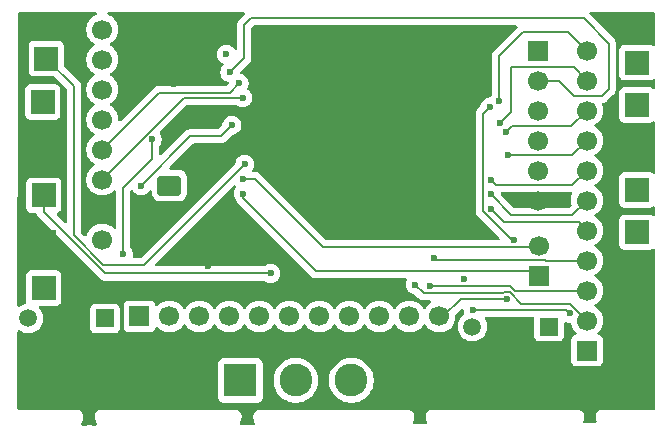
<source format=gbr>
%TF.GenerationSoftware,KiCad,Pcbnew,9.0.6*%
%TF.CreationDate,2025-11-30T21:08:30+05:30*%
%TF.ProjectId,Mini_Drone,4d696e69-5f44-4726-9f6e-652e6b696361,rev?*%
%TF.SameCoordinates,Original*%
%TF.FileFunction,Copper,L4,Bot*%
%TF.FilePolarity,Positive*%
%FSLAX46Y46*%
G04 Gerber Fmt 4.6, Leading zero omitted, Abs format (unit mm)*
G04 Created by KiCad (PCBNEW 9.0.6) date 2025-11-30 21:08:30*
%MOMM*%
%LPD*%
G01*
G04 APERTURE LIST*
G04 Aperture macros list*
%AMRoundRect*
0 Rectangle with rounded corners*
0 $1 Rounding radius*
0 $2 $3 $4 $5 $6 $7 $8 $9 X,Y pos of 4 corners*
0 Add a 4 corners polygon primitive as box body*
4,1,4,$2,$3,$4,$5,$6,$7,$8,$9,$2,$3,0*
0 Add four circle primitives for the rounded corners*
1,1,$1+$1,$2,$3*
1,1,$1+$1,$4,$5*
1,1,$1+$1,$6,$7*
1,1,$1+$1,$8,$9*
0 Add four rect primitives between the rounded corners*
20,1,$1+$1,$2,$3,$4,$5,0*
20,1,$1+$1,$4,$5,$6,$7,0*
20,1,$1+$1,$6,$7,$8,$9,0*
20,1,$1+$1,$8,$9,$2,$3,0*%
G04 Aperture macros list end*
%TA.AperFunction,ComponentPad*%
%ADD10R,2.000000X2.000000*%
%TD*%
%TA.AperFunction,ComponentPad*%
%ADD11R,1.508000X1.508000*%
%TD*%
%TA.AperFunction,ComponentPad*%
%ADD12C,1.508000*%
%TD*%
%TA.AperFunction,ComponentPad*%
%ADD13RoundRect,0.250000X-0.750000X0.600000X-0.750000X-0.600000X0.750000X-0.600000X0.750000X0.600000X0*%
%TD*%
%TA.AperFunction,ComponentPad*%
%ADD14O,2.000000X1.700000*%
%TD*%
%TA.AperFunction,HeatsinkPad*%
%ADD15C,0.600000*%
%TD*%
%TA.AperFunction,ComponentPad*%
%ADD16R,2.775000X2.775000*%
%TD*%
%TA.AperFunction,ComponentPad*%
%ADD17C,2.775000*%
%TD*%
%TA.AperFunction,ComponentPad*%
%ADD18R,1.700000X1.700000*%
%TD*%
%TA.AperFunction,ComponentPad*%
%ADD19C,1.700000*%
%TD*%
%TA.AperFunction,ViaPad*%
%ADD20C,0.600000*%
%TD*%
%TA.AperFunction,Conductor*%
%ADD21C,0.200000*%
%TD*%
G04 APERTURE END LIST*
D10*
%TO.P,TP18,1,1*%
%TO.N,/M1*%
X193880000Y-75750000D03*
%TD*%
%TO.P,TP27,1,1*%
%TO.N,GND*%
X243890000Y-83278000D03*
%TD*%
%TO.P,TP21,1,1*%
%TO.N,/M4*%
X243890000Y-86872000D03*
%TD*%
%TO.P,TP25,1,1*%
%TO.N,/BAT+*%
X243890000Y-90466000D03*
%TD*%
D11*
%TO.P,S1,1*%
%TO.N,/IO0*%
X236450000Y-98450000D03*
D12*
%TO.P,S1,2*%
X229950000Y-98450000D03*
%TO.P,S1,3*%
%TO.N,GND*%
X236450000Y-102950000D03*
%TO.P,S1,4*%
X229950000Y-102950000D03*
%TD*%
D10*
%TO.P,TP29,1,1*%
%TO.N,GND*%
X243890000Y-94060000D03*
%TD*%
%TO.P,TP22,1,1*%
%TO.N,/BAT+*%
X193570000Y-79420000D03*
%TD*%
D13*
%TO.P,J3,1,Pin_1*%
%TO.N,/BAT+*%
X204300000Y-86500000D03*
D14*
%TO.P,J3,2,Pin_2*%
%TO.N,GND*%
X204300000Y-89000000D03*
%TD*%
D15*
%TO.P,U1,41,GND*%
%TO.N,GND*%
X218100000Y-80260000D03*
X218100000Y-81660000D03*
X218800000Y-79560000D03*
X218800000Y-80960000D03*
X218800000Y-82360000D03*
X219500000Y-80260000D03*
X219500000Y-81660000D03*
X220200000Y-79560000D03*
X220200000Y-80960000D03*
X220200000Y-82360000D03*
X220900000Y-80260000D03*
X220900000Y-81660000D03*
%TD*%
D16*
%TO.P,S2,1*%
%TO.N,Net-(U3-EN)*%
X210300000Y-103000000D03*
D17*
%TO.P,S2,2*%
%TO.N,/BAT+*%
X215000000Y-103000000D03*
%TO.P,S2,3*%
%TO.N,unconnected-(S2-Pad3)*%
X219700000Y-103000000D03*
%TD*%
D10*
%TO.P,TP23,1,1*%
%TO.N,/BAT+*%
X243890000Y-79684000D03*
%TD*%
%TO.P,TP28,1,1*%
%TO.N,GND*%
X193650000Y-91264000D03*
%TD*%
%TO.P,TP24,1,1*%
%TO.N,/BAT+*%
X193650000Y-95190000D03*
%TD*%
D18*
%TO.P,J8,1,Pin_1*%
%TO.N,/LED1*%
X201760000Y-97590000D03*
D19*
%TO.P,J8,2,Pin_2*%
%TO.N,/LED2*%
X204300000Y-97590000D03*
%TO.P,J8,3,Pin_3*%
%TO.N,/LED3*%
X206840000Y-97590000D03*
%TO.P,J8,4,Pin_4*%
%TO.N,/IO8*%
X209380000Y-97590000D03*
%TO.P,J8,5,Pin_5*%
%TO.N,/USB_D-*%
X211920000Y-97590000D03*
%TO.P,J8,6,Pin_6*%
%TO.N,/USB_D+*%
X214460000Y-97590000D03*
%TO.P,J8,7,Pin_7*%
%TO.N,/IO10*%
X217000000Y-97590000D03*
%TO.P,J8,8,Pin_8*%
%TO.N,/IO11*%
X219540000Y-97590000D03*
%TO.P,J8,9,Pin_9*%
%TO.N,/IO12*%
X222080000Y-97590000D03*
%TO.P,J8,10,Pin_10*%
%TO.N,/IO13*%
X224620000Y-97590000D03*
%TO.P,J8,11,Pin_11*%
%TO.N,/IO42*%
X227160000Y-97590000D03*
%TD*%
D10*
%TO.P,TP26,1,1*%
%TO.N,GND*%
X193670000Y-83250000D03*
%TD*%
D18*
%TO.P,J7,1,Pin_1*%
%TO.N,/IO14*%
X239650000Y-100470000D03*
D19*
%TO.P,J7,2,Pin_2*%
%TO.N,/IO21*%
X239650000Y-97930000D03*
%TO.P,J7,3,Pin_3*%
%TO.N,/IO47*%
X239650000Y-95390000D03*
%TO.P,J7,4,Pin_4*%
%TO.N,/IO48*%
X239650000Y-92850000D03*
%TO.P,J7,5,Pin_5*%
%TO.N,/IO35*%
X239650000Y-90310000D03*
%TO.P,J7,6,Pin_6*%
%TO.N,/IO36*%
X239650000Y-87770000D03*
%TO.P,J7,7,Pin_7*%
%TO.N,/IO37*%
X239650000Y-85230000D03*
%TO.P,J7,8,Pin_8*%
%TO.N,/IO38*%
X239650000Y-82690000D03*
%TO.P,J7,9,Pin_9*%
%TO.N,/IO39*%
X239650000Y-80150000D03*
%TO.P,J7,10,Pin_10*%
%TO.N,/IO49*%
X239650000Y-77610000D03*
%TO.P,J7,11,Pin_11*%
%TO.N,/IO41*%
X239650000Y-75070000D03*
%TD*%
D11*
%TO.P,S3,1*%
%TO.N,/EN*%
X198850000Y-97750000D03*
D12*
%TO.P,S3,2*%
X192350000Y-97750000D03*
%TO.P,S3,3*%
%TO.N,GND*%
X198850000Y-102250000D03*
%TO.P,S3,4*%
X192350000Y-102250000D03*
%TD*%
D18*
%TO.P,J1,1,Pin_1*%
%TO.N,/RX1*%
X235590000Y-94200000D03*
D19*
%TO.P,J1,2,Pin_2*%
%TO.N,/TX1*%
X235590000Y-91660000D03*
%TD*%
D10*
%TO.P,TP20,1,1*%
%TO.N,/M2*%
X243890000Y-76090000D03*
%TD*%
%TO.P,TP19,1,1*%
%TO.N,/M3*%
X193650000Y-87338000D03*
%TD*%
D18*
%TO.P,J4,1,Pin_1*%
%TO.N,+3V3*%
X235500000Y-75150000D03*
D19*
%TO.P,J4,2,Pin_2*%
%TO.N,/EN*%
X235500000Y-77690000D03*
%TO.P,J4,3,Pin_3*%
%TO.N,/IO0*%
X235500000Y-80230000D03*
%TO.P,J4,4,Pin_4*%
%TO.N,/TX0*%
X235500000Y-82770000D03*
%TO.P,J4,5,Pin_5*%
%TO.N,/RX0*%
X235500000Y-85310000D03*
%TO.P,J4,6,Pin_6*%
%TO.N,GND*%
X235500000Y-87850000D03*
%TD*%
%TO.P,U2,ADO,ADO*%
%TO.N,unconnected-(U2-PadADO)*%
X198602500Y-75832500D03*
%TO.P,U2,GND,GND*%
%TO.N,GND*%
X198602500Y-88532500D03*
%TO.P,U2,INT,INT*%
%TO.N,unconnected-(U2-PadINT)*%
X198602500Y-73292500D03*
%TO.P,U2,SCL,SCL*%
%TO.N,/SCL*%
X198602500Y-85992500D03*
%TO.P,U2,SDA,SDA*%
%TO.N,/SDA*%
X198602500Y-83452500D03*
%TO.P,U2,VCC,VCC*%
%TO.N,+3V3*%
X198602500Y-91072500D03*
%TO.P,U2,XCL,XCL*%
%TO.N,unconnected-(U2-PadXCL)*%
X198602500Y-78372500D03*
%TO.P,U2,XDA,XDA*%
%TO.N,unconnected-(U2-PadXDA)*%
X198602500Y-80912500D03*
%TD*%
D20*
%TO.N,+3V3*%
X209110000Y-75380000D03*
%TO.N,GND*%
X213850000Y-95960000D03*
X204700000Y-77940000D03*
X205001000Y-82000000D03*
X207600000Y-93350000D03*
X229250000Y-94400000D03*
X206210000Y-73320000D03*
%TO.N,/SCL*%
X210500000Y-79070000D03*
%TO.N,/SDA*%
X210200000Y-77850000D03*
%TO.N,/EN*%
X209407500Y-76917500D03*
%TO.N,/TX1*%
X210540000Y-85950000D03*
%TO.N,/RX1*%
X210530000Y-87180000D03*
%TO.N,/LED1*%
X209586251Y-81386251D03*
X201900000Y-86500000D03*
%TO.N,/M1*%
X210670000Y-84710000D03*
%TO.N,/M3*%
X212870000Y-93950000D03*
%TO.N,/IO39*%
X232755000Y-81995000D03*
%TO.N,/IO38*%
X232920000Y-83921000D03*
%TO.N,/IO21*%
X225120000Y-94900000D03*
%TO.N,/IO49*%
X232295000Y-81205000D03*
%TO.N,/IO37*%
X231500000Y-86000000D03*
%TO.N,/IO48*%
X226715000Y-92630000D03*
%TO.N,/IO14*%
X238185735Y-97314265D03*
X230000000Y-97000000D03*
%TO.N,/IO47*%
X226390000Y-95000000D03*
%TO.N,/IO36*%
X231500000Y-87250000D03*
%TO.N,/IO42*%
X231430000Y-79850000D03*
X232860000Y-96140000D03*
X233453584Y-91140000D03*
%TO.N,/IO35*%
X231500000Y-88500000D03*
%TO.N,/IO41*%
X232200735Y-79310000D03*
%TO.N,Net-(U3-EN)*%
X200400000Y-92300000D03*
X202848765Y-82594765D03*
%TD*%
D21*
%TO.N,/SCL*%
X210500000Y-79070000D02*
X205525000Y-79070000D01*
X205525000Y-79070000D02*
X198602500Y-85992500D01*
%TO.N,/SDA*%
X203415000Y-78640000D02*
X198602500Y-83452500D01*
X210200000Y-77850000D02*
X209410000Y-78640000D01*
X209410000Y-78640000D02*
X203415000Y-78640000D01*
%TO.N,/EN*%
X241500000Y-78320000D02*
X240880000Y-78940000D01*
X210620000Y-75705000D02*
X210620000Y-72910000D01*
X210620000Y-72910000D02*
X211180000Y-72350000D01*
X209407500Y-76917500D02*
X210620000Y-75705000D01*
X240880000Y-78940000D02*
X238520000Y-78940000D01*
X237270000Y-77690000D02*
X235500000Y-77690000D01*
X211180000Y-72350000D02*
X239370000Y-72350000D01*
X239370000Y-72350000D02*
X241500000Y-74480000D01*
X241500000Y-74480000D02*
X241500000Y-78320000D01*
X238520000Y-78940000D02*
X237270000Y-77690000D01*
%TO.N,/TX1*%
X235510000Y-91740000D02*
X235590000Y-91660000D01*
X217320000Y-91740000D02*
X235510000Y-91740000D01*
X210540000Y-85950000D02*
X211530000Y-85950000D01*
X211530000Y-85950000D02*
X217320000Y-91740000D01*
%TO.N,/RX1*%
X210530000Y-87590000D02*
X216680000Y-93740000D01*
X226360057Y-93740000D02*
X226371057Y-93751000D01*
X216680000Y-93740000D02*
X226360057Y-93740000D01*
X226868943Y-93751000D02*
X226879943Y-93740000D01*
X226371057Y-93751000D02*
X226868943Y-93751000D01*
X210530000Y-87180000D02*
X210530000Y-87590000D01*
X235130000Y-93740000D02*
X235590000Y-94200000D01*
X226879943Y-93740000D02*
X235130000Y-93740000D01*
%TO.N,/LED1*%
X208651502Y-82321000D02*
X209586251Y-81386251D01*
X206079000Y-82321000D02*
X208651502Y-82321000D01*
X201900000Y-86500000D02*
X206079000Y-82321000D01*
%TO.N,/M1*%
X196210000Y-78080000D02*
X196210000Y-90350000D01*
X196210000Y-90732900D02*
X198713550Y-93236450D01*
X202143550Y-93236450D02*
X210670000Y-84710000D01*
X196210000Y-90350000D02*
X196210000Y-90732900D01*
X193880000Y-75750000D02*
X196210000Y-78080000D01*
X198713550Y-93236450D02*
X202143550Y-93236450D01*
%TO.N,/M3*%
X198860000Y-93950000D02*
X212870000Y-93950000D01*
X193650000Y-88740000D02*
X198860000Y-93950000D01*
X193650000Y-87338000D02*
X193650000Y-88740000D01*
%TO.N,/IO39*%
X232755000Y-81995000D02*
X233281000Y-81469000D01*
X238331000Y-81469000D02*
X239650000Y-80150000D01*
X233281000Y-81469000D02*
X238331000Y-81469000D01*
%TO.N,/IO38*%
X238419000Y-83921000D02*
X239650000Y-82690000D01*
X232920000Y-83921000D02*
X238419000Y-83921000D01*
%TO.N,/IO21*%
X232520057Y-95630000D02*
X232611057Y-95539000D01*
X238240000Y-96520000D02*
X239650000Y-97930000D01*
X233108943Y-95539000D02*
X234089943Y-96520000D01*
X232611057Y-95539000D02*
X233108943Y-95539000D01*
X225120000Y-94900000D02*
X225850000Y-95630000D01*
X225850000Y-95630000D02*
X232520057Y-95630000D01*
X234089943Y-96520000D02*
X238240000Y-96520000D01*
%TO.N,/IO49*%
X238540000Y-76500000D02*
X239650000Y-77610000D01*
X232295000Y-81205000D02*
X233250000Y-80250000D01*
X233250000Y-80250000D02*
X233250000Y-76500000D01*
X233250000Y-76500000D02*
X238540000Y-76500000D01*
%TO.N,/IO37*%
X231961000Y-86461000D02*
X238419000Y-86461000D01*
X231500000Y-86000000D02*
X231961000Y-86461000D01*
X238419000Y-86461000D02*
X239650000Y-85230000D01*
%TO.N,/IO48*%
X226715000Y-92630000D02*
X226780000Y-92630000D01*
X236120000Y-92810000D02*
X236160000Y-92850000D01*
X236160000Y-92850000D02*
X239650000Y-92850000D01*
X226960000Y-92810000D02*
X236120000Y-92810000D01*
X226780000Y-92630000D02*
X226960000Y-92810000D01*
%TO.N,/IO14*%
X237871470Y-97000000D02*
X238185735Y-97314265D01*
X230000000Y-97000000D02*
X237871470Y-97000000D01*
%TO.N,/IO47*%
X233527043Y-95390000D02*
X233137043Y-95000000D01*
X233137043Y-95000000D02*
X226390000Y-95000000D01*
X239650000Y-95390000D02*
X233527043Y-95390000D01*
%TO.N,/IO36*%
X231500000Y-87250000D02*
X233251000Y-89001000D01*
X238419000Y-89001000D02*
X239650000Y-87770000D01*
X233251000Y-89001000D02*
X238419000Y-89001000D01*
%TO.N,/IO42*%
X233290057Y-91140000D02*
X230850000Y-88699943D01*
X230850000Y-88699943D02*
X230850000Y-81760000D01*
X227500000Y-97590000D02*
X228950000Y-96140000D01*
X230850000Y-80430000D02*
X231430000Y-79850000D01*
X228950000Y-96140000D02*
X232860000Y-96140000D01*
X230850000Y-81760000D02*
X230850000Y-80430000D01*
X233453584Y-91140000D02*
X233290057Y-91140000D01*
%TO.N,/IO35*%
X238940000Y-89600000D02*
X239650000Y-90310000D01*
X231500000Y-88500000D02*
X232600000Y-89600000D01*
X232600000Y-89600000D02*
X238940000Y-89600000D01*
%TO.N,/IO41*%
X238080000Y-73500000D02*
X239650000Y-75070000D01*
X232200735Y-75549265D02*
X234250000Y-73500000D01*
X234250000Y-73500000D02*
X238080000Y-73500000D01*
X232200735Y-79310000D02*
X232200735Y-75549265D01*
%TO.N,Net-(U3-EN)*%
X200400000Y-86700000D02*
X200400000Y-92300000D01*
X202848765Y-82594765D02*
X202848765Y-84251235D01*
X202848765Y-84251235D02*
X200400000Y-86700000D01*
%TD*%
%TA.AperFunction,Conductor*%
%TO.N,GND*%
G36*
X198108230Y-71820185D02*
G01*
X198153985Y-71872989D01*
X198163929Y-71942147D01*
X198134904Y-72005703D01*
X198087738Y-72037047D01*
X198088581Y-72039082D01*
X198084089Y-72040941D01*
X197894679Y-72137451D01*
X197722713Y-72262390D01*
X197572390Y-72412713D01*
X197447451Y-72584679D01*
X197350944Y-72774085D01*
X197285253Y-72976260D01*
X197265519Y-73100858D01*
X197252000Y-73186213D01*
X197252000Y-73398787D01*
X197285254Y-73608743D01*
X197344139Y-73789973D01*
X197350944Y-73810914D01*
X197447451Y-74000320D01*
X197572390Y-74172286D01*
X197722713Y-74322609D01*
X197894682Y-74447550D01*
X197903446Y-74452016D01*
X197954242Y-74499991D01*
X197971036Y-74567812D01*
X197948498Y-74633947D01*
X197903446Y-74672984D01*
X197894682Y-74677449D01*
X197722713Y-74802390D01*
X197572390Y-74952713D01*
X197447451Y-75124679D01*
X197350944Y-75314085D01*
X197285253Y-75516260D01*
X197267504Y-75628325D01*
X197252000Y-75726213D01*
X197252000Y-75938787D01*
X197254829Y-75956649D01*
X197281895Y-76127539D01*
X197285254Y-76148743D01*
X197347397Y-76340000D01*
X197350944Y-76350914D01*
X197447451Y-76540320D01*
X197572390Y-76712286D01*
X197722713Y-76862609D01*
X197894682Y-76987550D01*
X197903446Y-76992016D01*
X197954242Y-77039991D01*
X197971036Y-77107812D01*
X197948498Y-77173947D01*
X197903446Y-77212984D01*
X197894682Y-77217449D01*
X197722713Y-77342390D01*
X197572390Y-77492713D01*
X197447451Y-77664679D01*
X197350944Y-77854085D01*
X197285253Y-78056260D01*
X197252000Y-78266213D01*
X197252000Y-78478786D01*
X197285249Y-78688716D01*
X197285254Y-78688743D01*
X197350177Y-78888556D01*
X197350944Y-78890914D01*
X197447451Y-79080320D01*
X197572390Y-79252286D01*
X197722713Y-79402609D01*
X197894682Y-79527550D01*
X197903446Y-79532016D01*
X197954242Y-79579991D01*
X197971036Y-79647812D01*
X197948498Y-79713947D01*
X197903446Y-79752984D01*
X197894682Y-79757449D01*
X197722713Y-79882390D01*
X197572390Y-80032713D01*
X197447451Y-80204679D01*
X197350944Y-80394085D01*
X197285253Y-80596260D01*
X197263774Y-80731873D01*
X197252000Y-80806213D01*
X197252000Y-81018787D01*
X197253742Y-81029786D01*
X197278246Y-81184500D01*
X197285254Y-81228743D01*
X197347397Y-81420000D01*
X197350944Y-81430914D01*
X197447451Y-81620320D01*
X197572390Y-81792286D01*
X197722713Y-81942609D01*
X197894682Y-82067550D01*
X197903446Y-82072016D01*
X197954242Y-82119991D01*
X197971036Y-82187812D01*
X197948498Y-82253947D01*
X197903446Y-82292984D01*
X197894682Y-82297449D01*
X197722713Y-82422390D01*
X197572390Y-82572713D01*
X197447451Y-82744679D01*
X197350944Y-82934085D01*
X197285253Y-83136260D01*
X197259190Y-83300815D01*
X197252000Y-83346213D01*
X197252000Y-83558787D01*
X197285254Y-83768743D01*
X197347397Y-83960000D01*
X197350944Y-83970914D01*
X197447451Y-84160320D01*
X197572390Y-84332286D01*
X197722713Y-84482609D01*
X197894682Y-84607550D01*
X197903446Y-84612016D01*
X197954242Y-84659991D01*
X197971036Y-84727812D01*
X197948498Y-84793947D01*
X197903446Y-84832984D01*
X197894682Y-84837449D01*
X197722713Y-84962390D01*
X197572390Y-85112713D01*
X197447451Y-85284679D01*
X197350944Y-85474085D01*
X197285253Y-85676260D01*
X197258700Y-85843909D01*
X197252000Y-85886213D01*
X197252000Y-86098787D01*
X197262034Y-86162144D01*
X197282306Y-86290135D01*
X197285254Y-86308743D01*
X197350361Y-86509122D01*
X197350944Y-86510914D01*
X197447451Y-86700320D01*
X197572390Y-86872286D01*
X197722713Y-87022609D01*
X197894679Y-87147548D01*
X197894681Y-87147549D01*
X197894684Y-87147551D01*
X198084088Y-87244057D01*
X198286257Y-87309746D01*
X198496213Y-87343000D01*
X198496214Y-87343000D01*
X198708786Y-87343000D01*
X198708787Y-87343000D01*
X198918743Y-87309746D01*
X199120912Y-87244057D01*
X199310316Y-87147551D01*
X199394714Y-87086233D01*
X199482286Y-87022609D01*
X199482288Y-87022606D01*
X199482292Y-87022604D01*
X199587819Y-86917077D01*
X199649142Y-86883592D01*
X199718834Y-86888576D01*
X199774767Y-86930448D01*
X199799184Y-86995912D01*
X199799500Y-87004758D01*
X199799500Y-90060242D01*
X199779815Y-90127281D01*
X199727011Y-90173036D01*
X199657853Y-90182980D01*
X199594297Y-90153955D01*
X199587819Y-90147923D01*
X199482286Y-90042390D01*
X199310320Y-89917451D01*
X199120914Y-89820944D01*
X199120913Y-89820943D01*
X199120912Y-89820943D01*
X198918743Y-89755254D01*
X198918741Y-89755253D01*
X198918740Y-89755253D01*
X198757457Y-89729708D01*
X198708787Y-89722000D01*
X198496213Y-89722000D01*
X198447542Y-89729708D01*
X198286260Y-89755253D01*
X198084085Y-89820944D01*
X197894679Y-89917451D01*
X197722713Y-90042390D01*
X197572390Y-90192713D01*
X197447451Y-90364679D01*
X197350944Y-90554083D01*
X197298083Y-90716774D01*
X197258645Y-90774449D01*
X197194286Y-90801647D01*
X197125440Y-90789732D01*
X197092471Y-90766136D01*
X196846819Y-90520484D01*
X196813334Y-90459161D01*
X196810500Y-90432803D01*
X196810500Y-78169060D01*
X196810501Y-78169047D01*
X196810501Y-78000944D01*
X196810501Y-78000943D01*
X196769577Y-77848216D01*
X196742638Y-77801556D01*
X196690524Y-77711290D01*
X196690518Y-77711282D01*
X195416818Y-76437582D01*
X195383333Y-76376259D01*
X195380499Y-76349901D01*
X195380499Y-74702129D01*
X195380498Y-74702123D01*
X195380497Y-74702116D01*
X195374091Y-74642517D01*
X195362061Y-74610264D01*
X195323797Y-74507671D01*
X195323793Y-74507664D01*
X195237547Y-74392455D01*
X195237544Y-74392452D01*
X195122335Y-74306206D01*
X195122328Y-74306202D01*
X194987482Y-74255908D01*
X194987483Y-74255908D01*
X194927883Y-74249501D01*
X194927881Y-74249500D01*
X194927873Y-74249500D01*
X194927864Y-74249500D01*
X192832129Y-74249500D01*
X192832123Y-74249501D01*
X192772516Y-74255908D01*
X192637671Y-74306202D01*
X192637664Y-74306206D01*
X192522455Y-74392452D01*
X192522452Y-74392455D01*
X192436206Y-74507664D01*
X192436202Y-74507671D01*
X192385908Y-74642517D01*
X192379501Y-74702116D01*
X192379501Y-74702123D01*
X192379500Y-74702135D01*
X192379500Y-76797870D01*
X192379501Y-76797876D01*
X192385908Y-76857483D01*
X192436202Y-76992328D01*
X192436206Y-76992335D01*
X192522452Y-77107544D01*
X192522455Y-77107547D01*
X192637664Y-77193793D01*
X192637671Y-77193797D01*
X192772517Y-77244091D01*
X192772516Y-77244091D01*
X192779444Y-77244835D01*
X192832127Y-77250500D01*
X194479901Y-77250499D01*
X194546940Y-77270184D01*
X194567582Y-77286818D01*
X195573181Y-78292416D01*
X195606666Y-78353739D01*
X195609500Y-78380097D01*
X195609500Y-89550902D01*
X195589815Y-89617941D01*
X195537011Y-89663696D01*
X195467853Y-89673640D01*
X195404297Y-89644615D01*
X195397819Y-89638583D01*
X194772898Y-89013663D01*
X194739413Y-88952340D01*
X194744397Y-88882649D01*
X194786268Y-88826715D01*
X194817241Y-88809802D01*
X194892331Y-88781796D01*
X195007546Y-88695546D01*
X195093796Y-88580331D01*
X195144091Y-88445483D01*
X195150500Y-88385873D01*
X195150499Y-86290128D01*
X195144091Y-86230517D01*
X195139974Y-86219480D01*
X195093797Y-86095671D01*
X195093793Y-86095664D01*
X195007547Y-85980455D01*
X195007544Y-85980452D01*
X194892335Y-85894206D01*
X194892328Y-85894202D01*
X194757482Y-85843908D01*
X194757483Y-85843908D01*
X194697883Y-85837501D01*
X194697881Y-85837500D01*
X194697873Y-85837500D01*
X194697864Y-85837500D01*
X192602129Y-85837500D01*
X192602123Y-85837501D01*
X192542516Y-85843908D01*
X192407671Y-85894202D01*
X192407664Y-85894206D01*
X192292455Y-85980452D01*
X192292452Y-85980455D01*
X192206206Y-86095664D01*
X192206202Y-86095671D01*
X192155908Y-86230517D01*
X192152727Y-86260109D01*
X192149501Y-86290123D01*
X192149500Y-86290135D01*
X192149500Y-88385870D01*
X192149501Y-88385876D01*
X192155908Y-88445483D01*
X192206202Y-88580328D01*
X192206206Y-88580335D01*
X192292452Y-88695544D01*
X192292455Y-88695547D01*
X192407664Y-88781793D01*
X192407671Y-88781797D01*
X192452618Y-88798561D01*
X192542517Y-88832091D01*
X192602127Y-88838500D01*
X192959560Y-88838499D01*
X192979020Y-88844212D01*
X192999283Y-88845034D01*
X193011858Y-88853854D01*
X193026599Y-88858183D01*
X193039880Y-88873510D01*
X193056484Y-88885157D01*
X193065580Y-88903170D01*
X193072354Y-88910987D01*
X193074348Y-88915597D01*
X193077308Y-88922842D01*
X193090423Y-88971785D01*
X193109759Y-89005276D01*
X193113971Y-89012572D01*
X193113973Y-89012576D01*
X193140455Y-89058443D01*
X193169329Y-89108455D01*
X193169481Y-89108717D01*
X193288349Y-89227585D01*
X193288354Y-89227589D01*
X198491284Y-94430520D01*
X198491286Y-94430521D01*
X198491290Y-94430524D01*
X198558557Y-94469360D01*
X198628216Y-94509577D01*
X198780943Y-94550501D01*
X198780945Y-94550501D01*
X198946654Y-94550501D01*
X198946670Y-94550500D01*
X212290234Y-94550500D01*
X212357273Y-94570185D01*
X212359125Y-94571398D01*
X212490814Y-94659390D01*
X212490827Y-94659397D01*
X212629922Y-94717011D01*
X212636503Y-94719737D01*
X212791153Y-94750499D01*
X212791156Y-94750500D01*
X212791158Y-94750500D01*
X212948844Y-94750500D01*
X212948845Y-94750499D01*
X213103497Y-94719737D01*
X213249179Y-94659394D01*
X213380289Y-94571789D01*
X213491789Y-94460289D01*
X213579394Y-94329179D01*
X213639737Y-94183497D01*
X213670500Y-94028842D01*
X213670500Y-93871158D01*
X213670500Y-93871155D01*
X213670499Y-93871153D01*
X213645645Y-93746204D01*
X213639737Y-93716503D01*
X213631206Y-93695908D01*
X213579397Y-93570827D01*
X213579390Y-93570814D01*
X213491789Y-93439711D01*
X213491786Y-93439707D01*
X213380292Y-93328213D01*
X213380288Y-93328210D01*
X213249185Y-93240609D01*
X213249172Y-93240602D01*
X213103501Y-93180264D01*
X213103489Y-93180261D01*
X212948845Y-93149500D01*
X212948842Y-93149500D01*
X212791158Y-93149500D01*
X212791155Y-93149500D01*
X212636510Y-93180261D01*
X212636498Y-93180264D01*
X212490827Y-93240602D01*
X212490814Y-93240609D01*
X212359125Y-93328602D01*
X212292447Y-93349480D01*
X212290234Y-93349500D01*
X203179097Y-93349500D01*
X203112058Y-93329815D01*
X203066303Y-93277011D01*
X203056359Y-93207853D01*
X203085384Y-93144297D01*
X203091416Y-93137819D01*
X204720679Y-91508556D01*
X209720113Y-86509120D01*
X209781434Y-86475637D01*
X209851126Y-86480621D01*
X209907059Y-86522493D01*
X209931476Y-86587957D01*
X209916624Y-86656230D01*
X209910894Y-86665694D01*
X209820609Y-86800814D01*
X209820602Y-86800827D01*
X209760264Y-86946498D01*
X209760261Y-86946510D01*
X209729500Y-87101153D01*
X209729500Y-87258846D01*
X209760261Y-87413489D01*
X209760264Y-87413501D01*
X209820602Y-87559172D01*
X209820609Y-87559185D01*
X209908210Y-87690288D01*
X209908213Y-87690292D01*
X209921567Y-87703646D01*
X209927265Y-87712474D01*
X209932866Y-87716634D01*
X209941920Y-87735182D01*
X209949900Y-87747546D01*
X209952072Y-87753303D01*
X209970423Y-87821785D01*
X209987001Y-87850499D01*
X209992056Y-87859254D01*
X209992057Y-87859257D01*
X210020829Y-87909091D01*
X210027053Y-87919872D01*
X210049481Y-87958717D01*
X210168349Y-88077585D01*
X210168355Y-88077590D01*
X216195139Y-94104374D01*
X216195149Y-94104385D01*
X216199479Y-94108715D01*
X216199480Y-94108716D01*
X216311284Y-94220520D01*
X216311286Y-94220521D01*
X216311290Y-94220524D01*
X216336279Y-94234951D01*
X216448216Y-94299577D01*
X216537629Y-94323535D01*
X216600942Y-94340500D01*
X216600943Y-94340500D01*
X224300108Y-94340500D01*
X224367147Y-94360185D01*
X224412902Y-94412989D01*
X224422846Y-94482147D01*
X224412121Y-94514854D01*
X224412937Y-94515192D01*
X224350264Y-94666498D01*
X224350261Y-94666510D01*
X224319500Y-94821153D01*
X224319500Y-94978846D01*
X224350261Y-95133489D01*
X224350264Y-95133501D01*
X224410602Y-95279172D01*
X224410609Y-95279185D01*
X224498210Y-95410288D01*
X224498213Y-95410292D01*
X224609707Y-95521786D01*
X224609711Y-95521789D01*
X224740814Y-95609390D01*
X224740827Y-95609397D01*
X224886498Y-95669735D01*
X224886503Y-95669737D01*
X224951147Y-95682595D01*
X225041849Y-95700638D01*
X225103760Y-95733023D01*
X225105339Y-95734574D01*
X225365139Y-95994374D01*
X225365149Y-95994385D01*
X225369479Y-95998715D01*
X225369480Y-95998716D01*
X225481284Y-96110520D01*
X225568095Y-96160639D01*
X225568097Y-96160641D01*
X225606151Y-96182611D01*
X225618215Y-96189577D01*
X225770943Y-96230501D01*
X225770946Y-96230501D01*
X225936653Y-96230501D01*
X225936669Y-96230500D01*
X226351950Y-96230500D01*
X226418989Y-96250185D01*
X226464744Y-96302989D01*
X226474688Y-96372147D01*
X226445663Y-96435703D01*
X226424835Y-96454818D01*
X226280214Y-96559890D01*
X226280209Y-96559894D01*
X226129890Y-96710213D01*
X226004949Y-96882182D01*
X226000484Y-96890946D01*
X225952509Y-96941742D01*
X225884688Y-96958536D01*
X225818553Y-96935998D01*
X225779516Y-96890946D01*
X225775050Y-96882182D01*
X225650109Y-96710213D01*
X225499786Y-96559890D01*
X225327820Y-96434951D01*
X225138414Y-96338444D01*
X225138413Y-96338443D01*
X225138412Y-96338443D01*
X224936243Y-96272754D01*
X224936241Y-96272753D01*
X224936240Y-96272753D01*
X224774957Y-96247208D01*
X224726287Y-96239500D01*
X224513713Y-96239500D01*
X224465042Y-96247208D01*
X224303760Y-96272753D01*
X224101585Y-96338444D01*
X223912179Y-96434951D01*
X223740213Y-96559890D01*
X223589890Y-96710213D01*
X223464949Y-96882182D01*
X223460484Y-96890946D01*
X223412509Y-96941742D01*
X223344688Y-96958536D01*
X223278553Y-96935998D01*
X223239516Y-96890946D01*
X223235050Y-96882182D01*
X223110109Y-96710213D01*
X222959786Y-96559890D01*
X222787820Y-96434951D01*
X222598414Y-96338444D01*
X222598413Y-96338443D01*
X222598412Y-96338443D01*
X222396243Y-96272754D01*
X222396241Y-96272753D01*
X222396240Y-96272753D01*
X222234957Y-96247208D01*
X222186287Y-96239500D01*
X221973713Y-96239500D01*
X221925042Y-96247208D01*
X221763760Y-96272753D01*
X221561585Y-96338444D01*
X221372179Y-96434951D01*
X221200213Y-96559890D01*
X221049890Y-96710213D01*
X220924949Y-96882182D01*
X220920484Y-96890946D01*
X220872509Y-96941742D01*
X220804688Y-96958536D01*
X220738553Y-96935998D01*
X220699516Y-96890946D01*
X220695050Y-96882182D01*
X220570109Y-96710213D01*
X220419786Y-96559890D01*
X220247820Y-96434951D01*
X220058414Y-96338444D01*
X220058413Y-96338443D01*
X220058412Y-96338443D01*
X219856243Y-96272754D01*
X219856241Y-96272753D01*
X219856240Y-96272753D01*
X219694957Y-96247208D01*
X219646287Y-96239500D01*
X219433713Y-96239500D01*
X219385042Y-96247208D01*
X219223760Y-96272753D01*
X219021585Y-96338444D01*
X218832179Y-96434951D01*
X218660213Y-96559890D01*
X218509890Y-96710213D01*
X218384949Y-96882182D01*
X218380484Y-96890946D01*
X218332509Y-96941742D01*
X218264688Y-96958536D01*
X218198553Y-96935998D01*
X218159516Y-96890946D01*
X218155050Y-96882182D01*
X218030109Y-96710213D01*
X217879786Y-96559890D01*
X217707820Y-96434951D01*
X217518414Y-96338444D01*
X217518413Y-96338443D01*
X217518412Y-96338443D01*
X217316243Y-96272754D01*
X217316241Y-96272753D01*
X217316240Y-96272753D01*
X217154957Y-96247208D01*
X217106287Y-96239500D01*
X216893713Y-96239500D01*
X216845042Y-96247208D01*
X216683760Y-96272753D01*
X216481585Y-96338444D01*
X216292179Y-96434951D01*
X216120213Y-96559890D01*
X215969890Y-96710213D01*
X215844949Y-96882182D01*
X215840484Y-96890946D01*
X215792509Y-96941742D01*
X215724688Y-96958536D01*
X215658553Y-96935998D01*
X215619516Y-96890946D01*
X215615050Y-96882182D01*
X215490109Y-96710213D01*
X215339786Y-96559890D01*
X215167820Y-96434951D01*
X214978414Y-96338444D01*
X214978413Y-96338443D01*
X214978412Y-96338443D01*
X214776243Y-96272754D01*
X214776241Y-96272753D01*
X214776240Y-96272753D01*
X214614957Y-96247208D01*
X214566287Y-96239500D01*
X214353713Y-96239500D01*
X214305042Y-96247208D01*
X214143760Y-96272753D01*
X213941585Y-96338444D01*
X213752179Y-96434951D01*
X213580213Y-96559890D01*
X213429890Y-96710213D01*
X213304949Y-96882182D01*
X213300484Y-96890946D01*
X213252509Y-96941742D01*
X213184688Y-96958536D01*
X213118553Y-96935998D01*
X213079516Y-96890946D01*
X213075050Y-96882182D01*
X212950109Y-96710213D01*
X212799786Y-96559890D01*
X212627820Y-96434951D01*
X212438414Y-96338444D01*
X212438413Y-96338443D01*
X212438412Y-96338443D01*
X212236243Y-96272754D01*
X212236241Y-96272753D01*
X212236240Y-96272753D01*
X212074957Y-96247208D01*
X212026287Y-96239500D01*
X211813713Y-96239500D01*
X211765042Y-96247208D01*
X211603760Y-96272753D01*
X211401585Y-96338444D01*
X211212179Y-96434951D01*
X211040213Y-96559890D01*
X210889890Y-96710213D01*
X210764949Y-96882182D01*
X210760484Y-96890946D01*
X210712509Y-96941742D01*
X210644688Y-96958536D01*
X210578553Y-96935998D01*
X210539516Y-96890946D01*
X210535050Y-96882182D01*
X210410109Y-96710213D01*
X210259786Y-96559890D01*
X210087820Y-96434951D01*
X209898414Y-96338444D01*
X209898413Y-96338443D01*
X209898412Y-96338443D01*
X209696243Y-96272754D01*
X209696241Y-96272753D01*
X209696240Y-96272753D01*
X209534957Y-96247208D01*
X209486287Y-96239500D01*
X209273713Y-96239500D01*
X209225042Y-96247208D01*
X209063760Y-96272753D01*
X208861585Y-96338444D01*
X208672179Y-96434951D01*
X208500213Y-96559890D01*
X208349890Y-96710213D01*
X208224949Y-96882182D01*
X208220484Y-96890946D01*
X208172509Y-96941742D01*
X208104688Y-96958536D01*
X208038553Y-96935998D01*
X207999516Y-96890946D01*
X207995050Y-96882182D01*
X207870109Y-96710213D01*
X207719786Y-96559890D01*
X207547820Y-96434951D01*
X207358414Y-96338444D01*
X207358413Y-96338443D01*
X207358412Y-96338443D01*
X207156243Y-96272754D01*
X207156241Y-96272753D01*
X207156240Y-96272753D01*
X206994957Y-96247208D01*
X206946287Y-96239500D01*
X206733713Y-96239500D01*
X206685042Y-96247208D01*
X206523760Y-96272753D01*
X206321585Y-96338444D01*
X206132179Y-96434951D01*
X205960213Y-96559890D01*
X205809890Y-96710213D01*
X205684949Y-96882182D01*
X205680484Y-96890946D01*
X205632509Y-96941742D01*
X205564688Y-96958536D01*
X205498553Y-96935998D01*
X205459516Y-96890946D01*
X205455050Y-96882182D01*
X205330109Y-96710213D01*
X205179786Y-96559890D01*
X205007820Y-96434951D01*
X204818414Y-96338444D01*
X204818413Y-96338443D01*
X204818412Y-96338443D01*
X204616243Y-96272754D01*
X204616241Y-96272753D01*
X204616240Y-96272753D01*
X204454957Y-96247208D01*
X204406287Y-96239500D01*
X204193713Y-96239500D01*
X204145042Y-96247208D01*
X203983760Y-96272753D01*
X203781585Y-96338444D01*
X203592179Y-96434951D01*
X203420215Y-96559889D01*
X203306673Y-96673431D01*
X203245350Y-96706915D01*
X203175658Y-96701931D01*
X203119725Y-96660059D01*
X203102810Y-96629082D01*
X203053797Y-96497671D01*
X203053793Y-96497664D01*
X202967547Y-96382455D01*
X202967544Y-96382452D01*
X202852335Y-96296206D01*
X202852328Y-96296202D01*
X202717482Y-96245908D01*
X202717483Y-96245908D01*
X202657883Y-96239501D01*
X202657881Y-96239500D01*
X202657873Y-96239500D01*
X202657864Y-96239500D01*
X200862129Y-96239500D01*
X200862123Y-96239501D01*
X200802516Y-96245908D01*
X200667671Y-96296202D01*
X200667664Y-96296206D01*
X200552455Y-96382452D01*
X200552452Y-96382455D01*
X200466206Y-96497664D01*
X200466202Y-96497671D01*
X200415908Y-96632517D01*
X200409501Y-96692116D01*
X200409500Y-96692135D01*
X200409500Y-98487870D01*
X200409501Y-98487876D01*
X200415908Y-98547483D01*
X200466202Y-98682328D01*
X200466206Y-98682335D01*
X200552452Y-98797544D01*
X200552455Y-98797547D01*
X200667664Y-98883793D01*
X200667671Y-98883797D01*
X200802517Y-98934091D01*
X200802516Y-98934091D01*
X200809444Y-98934835D01*
X200862127Y-98940500D01*
X202657872Y-98940499D01*
X202717483Y-98934091D01*
X202852331Y-98883796D01*
X202967546Y-98797546D01*
X203053796Y-98682331D01*
X203102810Y-98550916D01*
X203144681Y-98494984D01*
X203210145Y-98470566D01*
X203278418Y-98485417D01*
X203306673Y-98506569D01*
X203420213Y-98620109D01*
X203592179Y-98745048D01*
X203592181Y-98745049D01*
X203592184Y-98745051D01*
X203781588Y-98841557D01*
X203983757Y-98907246D01*
X204193713Y-98940500D01*
X204193714Y-98940500D01*
X204406286Y-98940500D01*
X204406287Y-98940500D01*
X204616243Y-98907246D01*
X204818412Y-98841557D01*
X205007816Y-98745051D01*
X205094138Y-98682335D01*
X205179786Y-98620109D01*
X205179788Y-98620106D01*
X205179792Y-98620104D01*
X205330104Y-98469792D01*
X205330106Y-98469788D01*
X205330109Y-98469786D01*
X205455048Y-98297820D01*
X205455047Y-98297820D01*
X205455051Y-98297816D01*
X205459514Y-98289054D01*
X205507488Y-98238259D01*
X205575308Y-98221463D01*
X205641444Y-98243999D01*
X205680486Y-98289056D01*
X205684951Y-98297820D01*
X205809890Y-98469786D01*
X205960213Y-98620109D01*
X206132179Y-98745048D01*
X206132181Y-98745049D01*
X206132184Y-98745051D01*
X206321588Y-98841557D01*
X206523757Y-98907246D01*
X206733713Y-98940500D01*
X206733714Y-98940500D01*
X206946286Y-98940500D01*
X206946287Y-98940500D01*
X207156243Y-98907246D01*
X207358412Y-98841557D01*
X207547816Y-98745051D01*
X207634138Y-98682335D01*
X207719786Y-98620109D01*
X207719788Y-98620106D01*
X207719792Y-98620104D01*
X207870104Y-98469792D01*
X207870106Y-98469788D01*
X207870109Y-98469786D01*
X207995048Y-98297820D01*
X207995047Y-98297820D01*
X207995051Y-98297816D01*
X207999514Y-98289054D01*
X208047488Y-98238259D01*
X208115308Y-98221463D01*
X208181444Y-98243999D01*
X208220486Y-98289056D01*
X208224951Y-98297820D01*
X208349890Y-98469786D01*
X208500213Y-98620109D01*
X208672179Y-98745048D01*
X208672181Y-98745049D01*
X208672184Y-98745051D01*
X208861588Y-98841557D01*
X209063757Y-98907246D01*
X209273713Y-98940500D01*
X209273714Y-98940500D01*
X209486286Y-98940500D01*
X209486287Y-98940500D01*
X209696243Y-98907246D01*
X209898412Y-98841557D01*
X210087816Y-98745051D01*
X210174138Y-98682335D01*
X210259786Y-98620109D01*
X210259788Y-98620106D01*
X210259792Y-98620104D01*
X210410104Y-98469792D01*
X210410106Y-98469788D01*
X210410109Y-98469786D01*
X210535048Y-98297820D01*
X210535047Y-98297820D01*
X210535051Y-98297816D01*
X210539514Y-98289054D01*
X210587488Y-98238259D01*
X210655308Y-98221463D01*
X210721444Y-98243999D01*
X210760486Y-98289056D01*
X210764951Y-98297820D01*
X210889890Y-98469786D01*
X211040213Y-98620109D01*
X211212179Y-98745048D01*
X211212181Y-98745049D01*
X211212184Y-98745051D01*
X211401588Y-98841557D01*
X211603757Y-98907246D01*
X211813713Y-98940500D01*
X211813714Y-98940500D01*
X212026286Y-98940500D01*
X212026287Y-98940500D01*
X212236243Y-98907246D01*
X212438412Y-98841557D01*
X212627816Y-98745051D01*
X212714138Y-98682335D01*
X212799786Y-98620109D01*
X212799788Y-98620106D01*
X212799792Y-98620104D01*
X212950104Y-98469792D01*
X212950106Y-98469788D01*
X212950109Y-98469786D01*
X213075048Y-98297820D01*
X213075047Y-98297820D01*
X213075051Y-98297816D01*
X213079514Y-98289054D01*
X213127488Y-98238259D01*
X213195308Y-98221463D01*
X213261444Y-98243999D01*
X213300486Y-98289056D01*
X213304951Y-98297820D01*
X213429890Y-98469786D01*
X213580213Y-98620109D01*
X213752179Y-98745048D01*
X213752181Y-98745049D01*
X213752184Y-98745051D01*
X213941588Y-98841557D01*
X214143757Y-98907246D01*
X214353713Y-98940500D01*
X214353714Y-98940500D01*
X214566286Y-98940500D01*
X214566287Y-98940500D01*
X214776243Y-98907246D01*
X214978412Y-98841557D01*
X215167816Y-98745051D01*
X215254138Y-98682335D01*
X215339786Y-98620109D01*
X215339788Y-98620106D01*
X215339792Y-98620104D01*
X215490104Y-98469792D01*
X215490106Y-98469788D01*
X215490109Y-98469786D01*
X215615048Y-98297820D01*
X215615047Y-98297820D01*
X215615051Y-98297816D01*
X215619514Y-98289054D01*
X215667488Y-98238259D01*
X215735308Y-98221463D01*
X215801444Y-98243999D01*
X215840486Y-98289056D01*
X215844951Y-98297820D01*
X215969890Y-98469786D01*
X216120213Y-98620109D01*
X216292179Y-98745048D01*
X216292181Y-98745049D01*
X216292184Y-98745051D01*
X216481588Y-98841557D01*
X216683757Y-98907246D01*
X216893713Y-98940500D01*
X216893714Y-98940500D01*
X217106286Y-98940500D01*
X217106287Y-98940500D01*
X217316243Y-98907246D01*
X217518412Y-98841557D01*
X217707816Y-98745051D01*
X217794138Y-98682335D01*
X217879786Y-98620109D01*
X217879788Y-98620106D01*
X217879792Y-98620104D01*
X218030104Y-98469792D01*
X218030106Y-98469788D01*
X218030109Y-98469786D01*
X218155048Y-98297820D01*
X218155047Y-98297820D01*
X218155051Y-98297816D01*
X218159514Y-98289054D01*
X218207488Y-98238259D01*
X218275308Y-98221463D01*
X218341444Y-98243999D01*
X218380486Y-98289056D01*
X218384951Y-98297820D01*
X218509890Y-98469786D01*
X218660213Y-98620109D01*
X218832179Y-98745048D01*
X218832181Y-98745049D01*
X218832184Y-98745051D01*
X219021588Y-98841557D01*
X219223757Y-98907246D01*
X219433713Y-98940500D01*
X219433714Y-98940500D01*
X219646286Y-98940500D01*
X219646287Y-98940500D01*
X219856243Y-98907246D01*
X220058412Y-98841557D01*
X220247816Y-98745051D01*
X220334138Y-98682335D01*
X220419786Y-98620109D01*
X220419788Y-98620106D01*
X220419792Y-98620104D01*
X220570104Y-98469792D01*
X220570106Y-98469788D01*
X220570109Y-98469786D01*
X220695048Y-98297820D01*
X220695047Y-98297820D01*
X220695051Y-98297816D01*
X220699514Y-98289054D01*
X220747488Y-98238259D01*
X220815308Y-98221463D01*
X220881444Y-98243999D01*
X220920486Y-98289056D01*
X220924951Y-98297820D01*
X221049890Y-98469786D01*
X221200213Y-98620109D01*
X221372179Y-98745048D01*
X221372181Y-98745049D01*
X221372184Y-98745051D01*
X221561588Y-98841557D01*
X221763757Y-98907246D01*
X221973713Y-98940500D01*
X221973714Y-98940500D01*
X222186286Y-98940500D01*
X222186287Y-98940500D01*
X222396243Y-98907246D01*
X222598412Y-98841557D01*
X222787816Y-98745051D01*
X222874138Y-98682335D01*
X222959786Y-98620109D01*
X222959788Y-98620106D01*
X222959792Y-98620104D01*
X223110104Y-98469792D01*
X223110106Y-98469788D01*
X223110109Y-98469786D01*
X223235048Y-98297820D01*
X223235047Y-98297820D01*
X223235051Y-98297816D01*
X223239514Y-98289054D01*
X223287488Y-98238259D01*
X223355308Y-98221463D01*
X223421444Y-98243999D01*
X223460486Y-98289056D01*
X223464951Y-98297820D01*
X223589890Y-98469786D01*
X223740213Y-98620109D01*
X223912179Y-98745048D01*
X223912181Y-98745049D01*
X223912184Y-98745051D01*
X224101588Y-98841557D01*
X224303757Y-98907246D01*
X224513713Y-98940500D01*
X224513714Y-98940500D01*
X224726286Y-98940500D01*
X224726287Y-98940500D01*
X224936243Y-98907246D01*
X225138412Y-98841557D01*
X225327816Y-98745051D01*
X225414138Y-98682335D01*
X225499786Y-98620109D01*
X225499788Y-98620106D01*
X225499792Y-98620104D01*
X225650104Y-98469792D01*
X225650106Y-98469788D01*
X225650109Y-98469786D01*
X225775048Y-98297820D01*
X225775047Y-98297820D01*
X225775051Y-98297816D01*
X225779514Y-98289054D01*
X225827488Y-98238259D01*
X225895308Y-98221463D01*
X225961444Y-98243999D01*
X226000486Y-98289056D01*
X226004951Y-98297820D01*
X226129890Y-98469786D01*
X226280213Y-98620109D01*
X226452179Y-98745048D01*
X226452181Y-98745049D01*
X226452184Y-98745051D01*
X226641588Y-98841557D01*
X226843757Y-98907246D01*
X227053713Y-98940500D01*
X227053714Y-98940500D01*
X227266286Y-98940500D01*
X227266287Y-98940500D01*
X227476243Y-98907246D01*
X227678412Y-98841557D01*
X227867816Y-98745051D01*
X227954138Y-98682335D01*
X228039786Y-98620109D01*
X228039788Y-98620106D01*
X228039792Y-98620104D01*
X228190104Y-98469792D01*
X228190106Y-98469788D01*
X228190109Y-98469786D01*
X228315048Y-98297820D01*
X228315047Y-98297820D01*
X228315051Y-98297816D01*
X228411557Y-98108412D01*
X228477246Y-97906243D01*
X228510500Y-97696287D01*
X228510500Y-97483713D01*
X228510500Y-97480096D01*
X228530185Y-97413057D01*
X228546819Y-97392415D01*
X228670795Y-97268439D01*
X228987819Y-96951415D01*
X229049142Y-96917931D01*
X229118834Y-96922915D01*
X229174767Y-96964787D01*
X229199184Y-97030251D01*
X229199500Y-97039097D01*
X229199500Y-97078846D01*
X229230260Y-97233488D01*
X229230263Y-97233498D01*
X229252959Y-97288291D01*
X229260428Y-97357761D01*
X229229152Y-97420240D01*
X229211284Y-97436061D01*
X229132746Y-97493122D01*
X228993115Y-97632753D01*
X228877058Y-97792495D01*
X228787408Y-97968441D01*
X228726389Y-98156236D01*
X228695500Y-98351263D01*
X228695500Y-98548736D01*
X228726389Y-98743763D01*
X228781245Y-98912591D01*
X228787409Y-98931561D01*
X228877056Y-99107501D01*
X228877058Y-99107504D01*
X228993115Y-99267246D01*
X229132753Y-99406884D01*
X229278146Y-99512516D01*
X229292499Y-99522944D01*
X229468439Y-99612591D01*
X229593637Y-99653270D01*
X229656236Y-99673610D01*
X229851264Y-99704500D01*
X229851269Y-99704500D01*
X230048736Y-99704500D01*
X230243763Y-99673610D01*
X230431561Y-99612591D01*
X230607501Y-99522944D01*
X230712955Y-99446328D01*
X230767246Y-99406884D01*
X230767248Y-99406881D01*
X230767252Y-99406879D01*
X230906879Y-99267252D01*
X230906881Y-99267248D01*
X230906884Y-99267246D01*
X230973030Y-99176202D01*
X231022944Y-99107501D01*
X231112591Y-98931561D01*
X231173610Y-98743763D01*
X231183340Y-98682331D01*
X231204500Y-98548736D01*
X231204500Y-98351263D01*
X231173610Y-98156236D01*
X231150140Y-98084003D01*
X231112591Y-97968439D01*
X231022944Y-97792499D01*
X231022941Y-97792495D01*
X231020977Y-97789289D01*
X231002733Y-97721843D01*
X231023850Y-97655241D01*
X231077622Y-97610628D01*
X231126705Y-97600500D01*
X235071500Y-97600500D01*
X235138539Y-97620185D01*
X235184294Y-97672989D01*
X235195500Y-97724500D01*
X235195500Y-99251870D01*
X235195501Y-99251876D01*
X235201908Y-99311483D01*
X235252202Y-99446328D01*
X235252206Y-99446335D01*
X235338452Y-99561544D01*
X235338455Y-99561547D01*
X235453664Y-99647793D01*
X235453671Y-99647797D01*
X235588517Y-99698091D01*
X235588516Y-99698091D01*
X235595444Y-99698835D01*
X235648127Y-99704500D01*
X237251872Y-99704499D01*
X237311483Y-99698091D01*
X237446331Y-99647796D01*
X237561546Y-99561546D01*
X237647796Y-99446331D01*
X237698091Y-99311483D01*
X237704500Y-99251873D01*
X237704499Y-98166963D01*
X237724184Y-98099925D01*
X237776987Y-98054170D01*
X237846146Y-98044226D01*
X237875948Y-98052401D01*
X237952238Y-98084002D01*
X238060984Y-98105633D01*
X238106888Y-98114764D01*
X238106891Y-98114765D01*
X238206024Y-98114765D01*
X238273063Y-98134450D01*
X238318818Y-98187254D01*
X238328497Y-98219367D01*
X238332398Y-98243999D01*
X238332754Y-98246243D01*
X238366879Y-98351269D01*
X238398444Y-98448414D01*
X238494951Y-98637820D01*
X238619890Y-98809786D01*
X238733430Y-98923326D01*
X238766915Y-98984649D01*
X238761931Y-99054341D01*
X238720059Y-99110274D01*
X238689083Y-99127189D01*
X238557669Y-99176203D01*
X238557664Y-99176206D01*
X238442455Y-99262452D01*
X238442452Y-99262455D01*
X238356206Y-99377664D01*
X238356202Y-99377671D01*
X238305908Y-99512517D01*
X238299501Y-99572116D01*
X238299501Y-99572123D01*
X238299500Y-99572135D01*
X238299500Y-101367870D01*
X238299501Y-101367876D01*
X238305908Y-101427483D01*
X238356202Y-101562328D01*
X238356206Y-101562335D01*
X238442452Y-101677544D01*
X238442455Y-101677547D01*
X238557664Y-101763793D01*
X238557671Y-101763797D01*
X238692517Y-101814091D01*
X238692516Y-101814091D01*
X238699444Y-101814835D01*
X238752127Y-101820500D01*
X240547872Y-101820499D01*
X240607483Y-101814091D01*
X240742331Y-101763796D01*
X240857546Y-101677546D01*
X240943796Y-101562331D01*
X240994091Y-101427483D01*
X241000500Y-101367873D01*
X241000499Y-99572128D01*
X240994091Y-99512517D01*
X240969405Y-99446331D01*
X240943797Y-99377671D01*
X240943793Y-99377664D01*
X240857547Y-99262455D01*
X240857544Y-99262452D01*
X240742335Y-99176206D01*
X240742328Y-99176202D01*
X240610917Y-99127189D01*
X240554983Y-99085318D01*
X240530566Y-99019853D01*
X240545418Y-98951580D01*
X240566563Y-98923332D01*
X240680104Y-98809792D01*
X240689001Y-98797547D01*
X240805048Y-98637820D01*
X240805047Y-98637820D01*
X240805051Y-98637816D01*
X240901557Y-98448412D01*
X240967246Y-98246243D01*
X241000500Y-98036287D01*
X241000500Y-97823713D01*
X240967246Y-97613757D01*
X240901557Y-97411588D01*
X240805051Y-97222184D01*
X240805049Y-97222181D01*
X240805048Y-97222179D01*
X240680109Y-97050213D01*
X240529786Y-96899890D01*
X240357820Y-96774951D01*
X240350389Y-96771165D01*
X240349054Y-96770485D01*
X240298259Y-96722512D01*
X240281463Y-96654692D01*
X240303999Y-96588556D01*
X240349054Y-96549515D01*
X240357816Y-96545051D01*
X240390738Y-96521132D01*
X240529786Y-96420109D01*
X240529788Y-96420106D01*
X240529792Y-96420104D01*
X240680104Y-96269792D01*
X240680106Y-96269788D01*
X240680109Y-96269786D01*
X240805048Y-96097820D01*
X240805047Y-96097820D01*
X240805051Y-96097816D01*
X240901557Y-95908412D01*
X240967246Y-95706243D01*
X241000500Y-95496287D01*
X241000500Y-95283713D01*
X240967246Y-95073757D01*
X240901557Y-94871588D01*
X240805051Y-94682184D01*
X240805049Y-94682181D01*
X240805048Y-94682179D01*
X240680109Y-94510213D01*
X240529786Y-94359890D01*
X240357820Y-94234951D01*
X240357115Y-94234591D01*
X240349054Y-94230485D01*
X240298259Y-94182512D01*
X240281463Y-94114692D01*
X240303999Y-94048556D01*
X240349054Y-94009515D01*
X240357816Y-94005051D01*
X240379789Y-93989086D01*
X240529786Y-93880109D01*
X240529788Y-93880106D01*
X240529792Y-93880104D01*
X240680104Y-93729792D01*
X240680106Y-93729788D01*
X240680109Y-93729786D01*
X240805048Y-93557820D01*
X240805047Y-93557820D01*
X240805051Y-93557816D01*
X240901557Y-93368412D01*
X240967246Y-93166243D01*
X241000500Y-92956287D01*
X241000500Y-92743713D01*
X240967246Y-92533757D01*
X240901557Y-92331588D01*
X240805051Y-92142184D01*
X240805049Y-92142181D01*
X240805048Y-92142179D01*
X240680109Y-91970213D01*
X240529786Y-91819890D01*
X240357820Y-91694951D01*
X240357115Y-91694591D01*
X240349054Y-91690485D01*
X240298259Y-91642512D01*
X240281463Y-91574692D01*
X240303999Y-91508556D01*
X240349054Y-91469515D01*
X240357816Y-91465051D01*
X240379789Y-91449086D01*
X240529786Y-91340109D01*
X240529788Y-91340106D01*
X240529792Y-91340104D01*
X240680104Y-91189792D01*
X240680106Y-91189788D01*
X240680109Y-91189786D01*
X240805048Y-91017820D01*
X240805047Y-91017820D01*
X240805051Y-91017816D01*
X240901557Y-90828412D01*
X240967246Y-90626243D01*
X241000500Y-90416287D01*
X241000500Y-90203713D01*
X240967246Y-89993757D01*
X240901557Y-89791588D01*
X240805051Y-89602184D01*
X240805049Y-89602181D01*
X240805048Y-89602179D01*
X240680109Y-89430213D01*
X240529786Y-89279890D01*
X240357820Y-89154951D01*
X240357115Y-89154591D01*
X240349054Y-89150485D01*
X240298259Y-89102512D01*
X240281463Y-89034692D01*
X240303999Y-88968556D01*
X240349054Y-88929515D01*
X240357816Y-88925051D01*
X240467951Y-88845034D01*
X240529786Y-88800109D01*
X240529788Y-88800106D01*
X240529792Y-88800104D01*
X240680104Y-88649792D01*
X240680106Y-88649788D01*
X240680109Y-88649786D01*
X240805048Y-88477820D01*
X240805047Y-88477820D01*
X240805051Y-88477816D01*
X240901557Y-88288412D01*
X240967246Y-88086243D01*
X241000500Y-87876287D01*
X241000500Y-87663713D01*
X240967246Y-87453757D01*
X240901557Y-87251588D01*
X240805051Y-87062184D01*
X240805049Y-87062181D01*
X240805048Y-87062179D01*
X240680109Y-86890213D01*
X240529786Y-86739890D01*
X240357820Y-86614951D01*
X240357115Y-86614591D01*
X240349054Y-86610485D01*
X240298259Y-86562512D01*
X240281463Y-86494692D01*
X240303999Y-86428556D01*
X240349054Y-86389515D01*
X240357816Y-86385051D01*
X240393335Y-86359245D01*
X240529786Y-86260109D01*
X240529788Y-86260106D01*
X240529792Y-86260104D01*
X240680104Y-86109792D01*
X240680106Y-86109788D01*
X240680109Y-86109786D01*
X240805048Y-85937820D01*
X240805047Y-85937820D01*
X240805051Y-85937816D01*
X240901557Y-85748412D01*
X240967246Y-85546243D01*
X241000500Y-85336287D01*
X241000500Y-85123713D01*
X240967246Y-84913757D01*
X240901557Y-84711588D01*
X240805051Y-84522184D01*
X240805049Y-84522181D01*
X240805048Y-84522179D01*
X240680109Y-84350213D01*
X240529786Y-84199890D01*
X240357820Y-84074951D01*
X240357115Y-84074591D01*
X240349054Y-84070485D01*
X240298259Y-84022512D01*
X240281463Y-83954692D01*
X240303999Y-83888556D01*
X240349054Y-83849515D01*
X240357816Y-83845051D01*
X240404707Y-83810983D01*
X240529786Y-83720109D01*
X240529788Y-83720106D01*
X240529792Y-83720104D01*
X240680104Y-83569792D01*
X240680106Y-83569788D01*
X240680109Y-83569786D01*
X240805048Y-83397820D01*
X240805047Y-83397820D01*
X240805051Y-83397816D01*
X240901557Y-83208412D01*
X240967246Y-83006243D01*
X241000500Y-82796287D01*
X241000500Y-82583713D01*
X240967246Y-82373757D01*
X240901557Y-82171588D01*
X240805051Y-81982184D01*
X240805049Y-81982181D01*
X240805048Y-81982179D01*
X240680109Y-81810213D01*
X240529786Y-81659890D01*
X240357820Y-81534951D01*
X240357115Y-81534591D01*
X240349054Y-81530485D01*
X240298259Y-81482512D01*
X240281463Y-81414692D01*
X240303999Y-81348556D01*
X240349054Y-81309515D01*
X240357816Y-81305051D01*
X240462846Y-81228743D01*
X240529786Y-81180109D01*
X240529788Y-81180106D01*
X240529792Y-81180104D01*
X240680104Y-81029792D01*
X240680106Y-81029788D01*
X240680109Y-81029786D01*
X240805048Y-80857820D01*
X240805047Y-80857820D01*
X240805051Y-80857816D01*
X240901557Y-80668412D01*
X240967246Y-80466243D01*
X241000500Y-80256287D01*
X241000500Y-80043713D01*
X240967246Y-79833757D01*
X240919313Y-79686237D01*
X240919179Y-79681529D01*
X240916813Y-79677454D01*
X240918191Y-79646935D01*
X240917319Y-79616402D01*
X240919752Y-79612366D01*
X240919965Y-79607656D01*
X240937628Y-79582721D01*
X240953399Y-79556569D01*
X240958383Y-79553423D01*
X240960354Y-79550642D01*
X240972285Y-79544650D01*
X240990876Y-79532920D01*
X240997863Y-79530102D01*
X241111785Y-79499577D01*
X241192699Y-79452861D01*
X241248716Y-79420520D01*
X241360520Y-79308716D01*
X241360520Y-79308714D01*
X241370724Y-79298511D01*
X241370728Y-79298506D01*
X241858506Y-78810728D01*
X241858511Y-78810724D01*
X241868714Y-78800520D01*
X241868716Y-78800520D01*
X241980520Y-78688716D01*
X242059577Y-78551784D01*
X242100500Y-78399057D01*
X242100500Y-74569059D01*
X242100501Y-74569046D01*
X242100501Y-74400945D01*
X242100501Y-74400943D01*
X242059577Y-74248215D01*
X242022137Y-74183368D01*
X242022137Y-74183366D01*
X241980524Y-74111290D01*
X241980521Y-74111286D01*
X241980520Y-74111284D01*
X241868716Y-73999480D01*
X241868715Y-73999479D01*
X241864385Y-73995149D01*
X241864374Y-73995139D01*
X239881416Y-72012181D01*
X239847931Y-71950858D01*
X239852915Y-71881166D01*
X239894787Y-71825233D01*
X239960251Y-71800816D01*
X239969097Y-71800500D01*
X245280489Y-71800500D01*
X245347528Y-71820185D01*
X245393283Y-71872989D01*
X245404488Y-71924501D01*
X245404487Y-72012181D01*
X245404442Y-74602186D01*
X245384756Y-74669225D01*
X245331951Y-74714979D01*
X245262793Y-74724922D01*
X245206131Y-74701451D01*
X245174071Y-74677451D01*
X245164928Y-74670606D01*
X245132330Y-74646203D01*
X245132328Y-74646202D01*
X244997482Y-74595908D01*
X244997483Y-74595908D01*
X244937883Y-74589501D01*
X244937881Y-74589500D01*
X244937873Y-74589500D01*
X244937864Y-74589500D01*
X242842129Y-74589500D01*
X242842123Y-74589501D01*
X242782516Y-74595908D01*
X242647671Y-74646202D01*
X242647664Y-74646206D01*
X242532455Y-74732452D01*
X242532452Y-74732455D01*
X242446206Y-74847664D01*
X242446202Y-74847671D01*
X242395908Y-74982517D01*
X242389501Y-75042116D01*
X242389500Y-75042135D01*
X242389500Y-77137870D01*
X242389501Y-77137876D01*
X242395908Y-77197483D01*
X242446202Y-77332328D01*
X242446206Y-77332335D01*
X242532452Y-77447544D01*
X242532455Y-77447547D01*
X242647664Y-77533793D01*
X242647671Y-77533797D01*
X242782517Y-77584091D01*
X242782516Y-77584091D01*
X242789444Y-77584835D01*
X242842127Y-77590500D01*
X244937872Y-77590499D01*
X244997483Y-77584091D01*
X245132331Y-77533796D01*
X245206082Y-77478585D01*
X245271543Y-77454169D01*
X245339816Y-77469020D01*
X245389222Y-77518424D01*
X245404391Y-77577855D01*
X245404381Y-78196140D01*
X245384695Y-78263179D01*
X245331891Y-78308933D01*
X245262732Y-78318876D01*
X245206070Y-78295405D01*
X245185423Y-78279949D01*
X245132331Y-78240204D01*
X245132329Y-78240203D01*
X245132328Y-78240202D01*
X244997482Y-78189908D01*
X244997483Y-78189908D01*
X244937883Y-78183501D01*
X244937881Y-78183500D01*
X244937873Y-78183500D01*
X244937864Y-78183500D01*
X242842129Y-78183500D01*
X242842123Y-78183501D01*
X242782516Y-78189908D01*
X242647671Y-78240202D01*
X242647664Y-78240206D01*
X242532455Y-78326452D01*
X242532452Y-78326455D01*
X242446206Y-78441664D01*
X242446202Y-78441671D01*
X242395908Y-78576517D01*
X242389501Y-78636116D01*
X242389500Y-78636135D01*
X242389500Y-80731870D01*
X242389501Y-80731876D01*
X242395908Y-80791483D01*
X242446202Y-80926328D01*
X242446206Y-80926335D01*
X242532452Y-81041544D01*
X242532455Y-81041547D01*
X242647664Y-81127793D01*
X242647671Y-81127797D01*
X242782517Y-81178091D01*
X242782516Y-81178091D01*
X242789444Y-81178835D01*
X242842127Y-81184500D01*
X244937872Y-81184499D01*
X244997483Y-81178091D01*
X245132331Y-81127796D01*
X245206021Y-81072631D01*
X245271480Y-81048215D01*
X245339754Y-81063066D01*
X245389160Y-81112470D01*
X245404329Y-81171901D01*
X245404257Y-85384048D01*
X245384571Y-85451087D01*
X245331767Y-85496841D01*
X245262608Y-85506784D01*
X245205946Y-85483312D01*
X245132331Y-85428204D01*
X245132328Y-85428202D01*
X244997482Y-85377908D01*
X244997483Y-85377908D01*
X244937883Y-85371501D01*
X244937881Y-85371500D01*
X244937873Y-85371500D01*
X244937864Y-85371500D01*
X242842129Y-85371500D01*
X242842123Y-85371501D01*
X242782516Y-85377908D01*
X242647671Y-85428202D01*
X242647664Y-85428206D01*
X242532455Y-85514452D01*
X242532452Y-85514455D01*
X242446206Y-85629664D01*
X242446202Y-85629671D01*
X242395908Y-85764517D01*
X242389501Y-85824116D01*
X242389500Y-85824135D01*
X242389500Y-87919870D01*
X242389501Y-87919876D01*
X242395908Y-87979483D01*
X242446202Y-88114328D01*
X242446206Y-88114335D01*
X242532452Y-88229544D01*
X242532455Y-88229547D01*
X242647664Y-88315793D01*
X242647671Y-88315797D01*
X242782517Y-88366091D01*
X242782516Y-88366091D01*
X242789444Y-88366835D01*
X242842127Y-88372500D01*
X244937872Y-88372499D01*
X244997483Y-88366091D01*
X245132331Y-88315796D01*
X245205895Y-88260725D01*
X245271358Y-88236308D01*
X245339631Y-88251159D01*
X245389037Y-88300564D01*
X245404206Y-88359994D01*
X245404195Y-88978001D01*
X245384509Y-89045040D01*
X245331704Y-89090794D01*
X245262546Y-89100737D01*
X245205884Y-89077266D01*
X245132330Y-89022203D01*
X245132328Y-89022202D01*
X244997482Y-88971908D01*
X244997483Y-88971908D01*
X244937883Y-88965501D01*
X244937881Y-88965500D01*
X244937873Y-88965500D01*
X244937864Y-88965500D01*
X242842129Y-88965500D01*
X242842123Y-88965501D01*
X242782516Y-88971908D01*
X242647671Y-89022202D01*
X242647664Y-89022206D01*
X242532455Y-89108452D01*
X242532452Y-89108455D01*
X242446206Y-89223664D01*
X242446202Y-89223671D01*
X242395908Y-89358517D01*
X242389501Y-89418116D01*
X242389500Y-89418135D01*
X242389500Y-91513870D01*
X242389501Y-91513876D01*
X242395908Y-91573483D01*
X242446202Y-91708328D01*
X242446206Y-91708335D01*
X242532452Y-91823544D01*
X242532455Y-91823547D01*
X242647664Y-91909793D01*
X242647671Y-91909797D01*
X242782517Y-91960091D01*
X242782516Y-91960091D01*
X242789444Y-91960835D01*
X242842127Y-91966500D01*
X244937872Y-91966499D01*
X244997483Y-91960091D01*
X245132331Y-91909796D01*
X245205834Y-91854770D01*
X245271296Y-91830354D01*
X245339569Y-91845205D01*
X245388975Y-91894609D01*
X245404144Y-91954040D01*
X245403914Y-105375502D01*
X245384228Y-105442541D01*
X245331424Y-105488295D01*
X245279914Y-105499500D01*
X240834108Y-105499500D01*
X240706812Y-105533608D01*
X240592686Y-105599500D01*
X240592683Y-105599502D01*
X240499502Y-105692683D01*
X240499500Y-105692686D01*
X240433608Y-105806812D01*
X240399500Y-105934108D01*
X240399500Y-106107317D01*
X240430044Y-106319764D01*
X240430047Y-106319774D01*
X240460924Y-106424931D01*
X240460924Y-106494801D01*
X240423150Y-106553579D01*
X240359594Y-106582604D01*
X240342839Y-106583863D01*
X239457073Y-106590235D01*
X239389894Y-106571033D01*
X239343760Y-106518560D01*
X239333319Y-106449474D01*
X239337201Y-106431312D01*
X239369954Y-106319769D01*
X239371745Y-106307316D01*
X239382924Y-106229560D01*
X239400500Y-106107318D01*
X239400500Y-106000000D01*
X239400500Y-105934108D01*
X239366392Y-105806814D01*
X239300500Y-105692686D01*
X239207314Y-105599500D01*
X239150250Y-105566554D01*
X239093187Y-105533608D01*
X239029539Y-105516554D01*
X238965892Y-105499500D01*
X226565892Y-105499500D01*
X226434108Y-105499500D01*
X226306812Y-105533608D01*
X226192686Y-105599500D01*
X226192683Y-105599502D01*
X226099502Y-105692683D01*
X226099500Y-105692686D01*
X226033608Y-105806812D01*
X225999500Y-105934108D01*
X225999500Y-106107317D01*
X226030044Y-106319764D01*
X226030047Y-106319774D01*
X226091279Y-106528310D01*
X226091279Y-106598180D01*
X226053505Y-106656958D01*
X225989949Y-106685983D01*
X225973194Y-106687242D01*
X225026179Y-106694054D01*
X224959000Y-106674852D01*
X224912866Y-106622378D01*
X224902425Y-106553293D01*
X224908288Y-106529974D01*
X224908236Y-106529959D01*
X224908626Y-106528629D01*
X224909107Y-106526718D01*
X224909473Y-106525733D01*
X224909484Y-106525710D01*
X224969954Y-106319769D01*
X224971745Y-106307316D01*
X224982924Y-106229560D01*
X225000500Y-106107318D01*
X225000500Y-106000000D01*
X225000500Y-105934108D01*
X224966392Y-105806814D01*
X224900500Y-105692686D01*
X224807314Y-105599500D01*
X224750250Y-105566554D01*
X224693187Y-105533608D01*
X224629539Y-105516554D01*
X224565892Y-105499500D01*
X211965892Y-105499500D01*
X211834108Y-105499500D01*
X211706812Y-105533608D01*
X211592686Y-105599500D01*
X211592683Y-105599502D01*
X211499502Y-105692683D01*
X211499500Y-105692686D01*
X211433608Y-105806812D01*
X211399500Y-105934108D01*
X211399500Y-106107317D01*
X211430044Y-106319764D01*
X211430047Y-106319774D01*
X211447942Y-106380718D01*
X211490516Y-106525710D01*
X211525220Y-106601701D01*
X211531948Y-106616433D01*
X211541891Y-106685591D01*
X211512866Y-106749147D01*
X211454087Y-106786921D01*
X211420045Y-106791941D01*
X211143668Y-106793929D01*
X211101062Y-106785614D01*
X211101036Y-106785712D01*
X211099633Y-106785336D01*
X211095333Y-106784497D01*
X211093190Y-106783609D01*
X211066291Y-106776401D01*
X210965892Y-106749500D01*
X210834108Y-106749500D01*
X210706814Y-106783607D01*
X210699305Y-106786718D01*
X210698370Y-106784460D01*
X210650451Y-106797477D01*
X210378315Y-106799435D01*
X210311136Y-106780233D01*
X210265002Y-106727760D01*
X210254561Y-106658674D01*
X210264625Y-106623935D01*
X210309484Y-106525710D01*
X210369954Y-106319769D01*
X210371745Y-106307316D01*
X210382924Y-106229560D01*
X210400500Y-106107318D01*
X210400500Y-106000000D01*
X210400500Y-105934108D01*
X210366392Y-105806814D01*
X210300500Y-105692686D01*
X210207314Y-105599500D01*
X210150250Y-105566554D01*
X210093187Y-105533608D01*
X210029539Y-105516554D01*
X209965892Y-105499500D01*
X198565892Y-105499500D01*
X198434108Y-105499500D01*
X198306812Y-105533608D01*
X198192686Y-105599500D01*
X198192683Y-105599502D01*
X198099502Y-105692683D01*
X198099500Y-105692686D01*
X198033608Y-105806812D01*
X197999500Y-105934108D01*
X197999500Y-106107317D01*
X198030044Y-106319764D01*
X198030047Y-106319774D01*
X198047942Y-106380718D01*
X198090516Y-106525710D01*
X198103325Y-106553758D01*
X198150725Y-106657551D01*
X198155669Y-106691944D01*
X198160745Y-106726166D01*
X198160627Y-106726426D01*
X198160668Y-106726710D01*
X198146270Y-106758235D01*
X198132001Y-106789849D01*
X198131728Y-106790074D01*
X198131642Y-106790265D01*
X198105430Y-106813080D01*
X198102710Y-106814844D01*
X198042686Y-106849500D01*
X198030448Y-106861737D01*
X198019493Y-106868847D01*
X197998011Y-106875257D01*
X197978337Y-106885998D01*
X197952886Y-106888826D01*
X197899284Y-106889212D01*
X197832104Y-106870010D01*
X197810710Y-106852896D01*
X197807316Y-106849502D01*
X197807314Y-106849500D01*
X197733380Y-106806814D01*
X197693187Y-106783608D01*
X197612457Y-106761977D01*
X197565892Y-106749500D01*
X197434108Y-106749500D01*
X197306814Y-106783608D01*
X197306813Y-106783608D01*
X197306811Y-106783609D01*
X197306810Y-106783609D01*
X197192683Y-106849500D01*
X197183511Y-106858673D01*
X197156955Y-106873172D01*
X197131621Y-106889712D01*
X197124765Y-106890748D01*
X197122187Y-106892156D01*
X197096723Y-106894986D01*
X197055352Y-106895283D01*
X196988173Y-106876080D01*
X196966781Y-106858967D01*
X196957316Y-106849502D01*
X196957314Y-106849500D01*
X196957311Y-106849498D01*
X196957307Y-106849495D01*
X196900067Y-106816447D01*
X196851852Y-106765880D01*
X196838630Y-106697273D01*
X196849272Y-106657555D01*
X196909484Y-106525710D01*
X196969954Y-106319769D01*
X196971745Y-106307316D01*
X196982924Y-106229560D01*
X197000500Y-106107318D01*
X197000500Y-106000783D01*
X197000718Y-105935786D01*
X197000500Y-105934961D01*
X197000500Y-105934108D01*
X196983630Y-105871149D01*
X196967036Y-105808378D01*
X196966617Y-105807648D01*
X196966397Y-105806824D01*
X196966392Y-105806816D01*
X196966392Y-105806814D01*
X196933771Y-105750314D01*
X196901527Y-105694030D01*
X196900928Y-105693427D01*
X196900500Y-105692685D01*
X196854715Y-105646901D01*
X196854421Y-105646606D01*
X196808654Y-105600531D01*
X196808102Y-105600105D01*
X196807810Y-105599880D01*
X196807331Y-105599510D01*
X196807314Y-105599500D01*
X196751118Y-105567055D01*
X196750871Y-105566912D01*
X196694741Y-105534254D01*
X196693965Y-105533929D01*
X196693714Y-105533825D01*
X196693212Y-105533614D01*
X196630400Y-105516784D01*
X196630400Y-105516783D01*
X196629805Y-105516623D01*
X196567568Y-105499724D01*
X196566717Y-105499721D01*
X196565892Y-105499500D01*
X196565888Y-105499500D01*
X196500846Y-105499500D01*
X196500430Y-105499499D01*
X191530791Y-105482844D01*
X191463818Y-105462935D01*
X191418241Y-105409978D01*
X191407207Y-105358505D01*
X191408496Y-104887998D01*
X191417599Y-101564635D01*
X208412000Y-101564635D01*
X208412000Y-104435370D01*
X208412001Y-104435376D01*
X208418408Y-104494983D01*
X208468702Y-104629828D01*
X208468706Y-104629835D01*
X208554952Y-104745044D01*
X208554955Y-104745047D01*
X208670164Y-104831293D01*
X208670171Y-104831297D01*
X208805017Y-104881591D01*
X208805016Y-104881591D01*
X208811944Y-104882335D01*
X208864627Y-104888000D01*
X211735372Y-104887999D01*
X211794983Y-104881591D01*
X211929831Y-104831296D01*
X212045046Y-104745046D01*
X212131296Y-104629831D01*
X212181591Y-104494983D01*
X212188000Y-104435373D01*
X212187999Y-102876260D01*
X213112000Y-102876260D01*
X213112000Y-103123739D01*
X213112001Y-103123756D01*
X213144303Y-103369117D01*
X213208361Y-103608184D01*
X213303069Y-103836829D01*
X213303074Y-103836840D01*
X213426812Y-104051159D01*
X213426823Y-104051175D01*
X213577479Y-104247514D01*
X213577485Y-104247521D01*
X213752478Y-104422514D01*
X213752485Y-104422520D01*
X213846921Y-104494983D01*
X213948833Y-104573183D01*
X213948840Y-104573187D01*
X214163159Y-104696925D01*
X214163164Y-104696927D01*
X214163167Y-104696929D01*
X214391820Y-104791640D01*
X214630879Y-104855696D01*
X214876254Y-104888000D01*
X214876261Y-104888000D01*
X215123739Y-104888000D01*
X215123746Y-104888000D01*
X215369121Y-104855696D01*
X215608180Y-104791640D01*
X215836833Y-104696929D01*
X216051167Y-104573183D01*
X216247516Y-104422519D01*
X216422519Y-104247516D01*
X216573183Y-104051167D01*
X216696929Y-103836833D01*
X216791640Y-103608180D01*
X216855696Y-103369121D01*
X216888000Y-103123746D01*
X216888000Y-102876260D01*
X217812000Y-102876260D01*
X217812000Y-103123739D01*
X217812001Y-103123756D01*
X217844303Y-103369117D01*
X217908361Y-103608184D01*
X218003069Y-103836829D01*
X218003074Y-103836840D01*
X218126812Y-104051159D01*
X218126823Y-104051175D01*
X218277479Y-104247514D01*
X218277485Y-104247521D01*
X218452478Y-104422514D01*
X218452485Y-104422520D01*
X218546921Y-104494983D01*
X218648833Y-104573183D01*
X218648840Y-104573187D01*
X218863159Y-104696925D01*
X218863164Y-104696927D01*
X218863167Y-104696929D01*
X219091820Y-104791640D01*
X219330879Y-104855696D01*
X219576254Y-104888000D01*
X219576261Y-104888000D01*
X219823739Y-104888000D01*
X219823746Y-104888000D01*
X220069121Y-104855696D01*
X220308180Y-104791640D01*
X220536833Y-104696929D01*
X220751167Y-104573183D01*
X220947516Y-104422519D01*
X221122519Y-104247516D01*
X221273183Y-104051167D01*
X221396929Y-103836833D01*
X221491640Y-103608180D01*
X221555696Y-103369121D01*
X221588000Y-103123746D01*
X221588000Y-102876254D01*
X221555696Y-102630879D01*
X221491640Y-102391820D01*
X221396929Y-102163167D01*
X221396927Y-102163164D01*
X221396925Y-102163159D01*
X221273187Y-101948840D01*
X221273183Y-101948833D01*
X221122519Y-101752484D01*
X221122514Y-101752478D01*
X220947521Y-101577485D01*
X220947514Y-101577479D01*
X220751175Y-101426823D01*
X220751173Y-101426821D01*
X220751167Y-101426817D01*
X220751162Y-101426814D01*
X220751159Y-101426812D01*
X220536840Y-101303074D01*
X220536829Y-101303069D01*
X220308184Y-101208361D01*
X220069117Y-101144303D01*
X219823756Y-101112001D01*
X219823751Y-101112000D01*
X219823746Y-101112000D01*
X219576254Y-101112000D01*
X219576248Y-101112000D01*
X219576243Y-101112001D01*
X219330882Y-101144303D01*
X219091815Y-101208361D01*
X218863170Y-101303069D01*
X218863159Y-101303074D01*
X218648840Y-101426812D01*
X218648824Y-101426823D01*
X218452485Y-101577479D01*
X218452478Y-101577485D01*
X218277485Y-101752478D01*
X218277479Y-101752485D01*
X218126823Y-101948824D01*
X218126812Y-101948840D01*
X218003074Y-102163159D01*
X218003069Y-102163170D01*
X217908361Y-102391815D01*
X217844303Y-102630882D01*
X217812001Y-102876243D01*
X217812000Y-102876260D01*
X216888000Y-102876260D01*
X216888000Y-102876254D01*
X216855696Y-102630879D01*
X216791640Y-102391820D01*
X216696929Y-102163167D01*
X216696927Y-102163164D01*
X216696925Y-102163159D01*
X216573187Y-101948840D01*
X216573183Y-101948833D01*
X216422519Y-101752484D01*
X216422514Y-101752478D01*
X216247521Y-101577485D01*
X216247514Y-101577479D01*
X216051175Y-101426823D01*
X216051173Y-101426821D01*
X216051167Y-101426817D01*
X216051162Y-101426814D01*
X216051159Y-101426812D01*
X215836840Y-101303074D01*
X215836829Y-101303069D01*
X215608184Y-101208361D01*
X215369117Y-101144303D01*
X215123756Y-101112001D01*
X215123751Y-101112000D01*
X215123746Y-101112000D01*
X214876254Y-101112000D01*
X214876248Y-101112000D01*
X214876243Y-101112001D01*
X214630882Y-101144303D01*
X214391815Y-101208361D01*
X214163170Y-101303069D01*
X214163159Y-101303074D01*
X213948840Y-101426812D01*
X213948824Y-101426823D01*
X213752485Y-101577479D01*
X213752478Y-101577485D01*
X213577485Y-101752478D01*
X213577479Y-101752485D01*
X213426823Y-101948824D01*
X213426812Y-101948840D01*
X213303074Y-102163159D01*
X213303069Y-102163170D01*
X213208361Y-102391815D01*
X213144303Y-102630882D01*
X213112001Y-102876243D01*
X213112000Y-102876260D01*
X212187999Y-102876260D01*
X212187999Y-101564628D01*
X212181591Y-101505017D01*
X212152672Y-101427482D01*
X212131297Y-101370171D01*
X212131293Y-101370164D01*
X212045047Y-101254955D01*
X212045044Y-101254952D01*
X211929835Y-101168706D01*
X211929828Y-101168702D01*
X211794982Y-101118408D01*
X211794983Y-101118408D01*
X211735383Y-101112001D01*
X211735381Y-101112000D01*
X211735373Y-101112000D01*
X211735364Y-101112000D01*
X208864629Y-101112000D01*
X208864623Y-101112001D01*
X208805016Y-101118408D01*
X208670171Y-101168702D01*
X208670164Y-101168706D01*
X208554955Y-101254952D01*
X208554952Y-101254955D01*
X208468706Y-101370164D01*
X208468702Y-101370171D01*
X208418408Y-101505017D01*
X208412247Y-101562328D01*
X208412001Y-101564623D01*
X208412000Y-101564635D01*
X191417599Y-101564635D01*
X191424976Y-98871599D01*
X191444845Y-98804617D01*
X191497774Y-98759007D01*
X191566959Y-98749253D01*
X191621861Y-98771623D01*
X191692499Y-98822944D01*
X191868439Y-98912591D01*
X191988435Y-98951580D01*
X192056236Y-98973610D01*
X192251264Y-99004500D01*
X192251269Y-99004500D01*
X192448736Y-99004500D01*
X192643763Y-98973610D01*
X192685330Y-98960104D01*
X192831561Y-98912591D01*
X193007501Y-98822944D01*
X193112955Y-98746328D01*
X193167246Y-98706884D01*
X193167248Y-98706881D01*
X193167252Y-98706879D01*
X193306879Y-98567252D01*
X193306881Y-98567248D01*
X193306884Y-98567246D01*
X193364551Y-98487873D01*
X193422944Y-98407501D01*
X193512591Y-98231561D01*
X193573610Y-98043763D01*
X193587595Y-97955466D01*
X193604500Y-97848736D01*
X193604500Y-97651263D01*
X193573610Y-97456236D01*
X193519041Y-97288291D01*
X193512591Y-97268439D01*
X193422944Y-97092499D01*
X193413022Y-97078842D01*
X193370403Y-97020181D01*
X193370395Y-97020172D01*
X193318058Y-96948135D01*
X197595500Y-96948135D01*
X197595500Y-98551870D01*
X197595501Y-98551876D01*
X197601908Y-98611483D01*
X197652202Y-98746328D01*
X197652206Y-98746335D01*
X197738452Y-98861544D01*
X197738455Y-98861547D01*
X197853664Y-98947793D01*
X197853671Y-98947797D01*
X197988517Y-98998091D01*
X197988516Y-98998091D01*
X197995444Y-98998835D01*
X198048127Y-99004500D01*
X199651872Y-99004499D01*
X199711483Y-98998091D01*
X199846331Y-98947796D01*
X199961546Y-98861546D01*
X200047796Y-98746331D01*
X200098091Y-98611483D01*
X200104500Y-98551873D01*
X200104499Y-96948128D01*
X200098091Y-96888517D01*
X200095728Y-96882182D01*
X200047797Y-96753671D01*
X200047793Y-96753664D01*
X199961547Y-96638455D01*
X199961544Y-96638452D01*
X199846335Y-96552206D01*
X199846328Y-96552202D01*
X199711482Y-96501908D01*
X199711483Y-96501908D01*
X199651883Y-96495501D01*
X199651881Y-96495500D01*
X199651873Y-96495500D01*
X199651864Y-96495500D01*
X198048129Y-96495500D01*
X198048123Y-96495501D01*
X197988516Y-96501908D01*
X197853671Y-96552202D01*
X197853664Y-96552206D01*
X197738455Y-96638452D01*
X197738452Y-96638455D01*
X197652206Y-96753664D01*
X197652202Y-96753671D01*
X197601908Y-96888517D01*
X197597153Y-96932748D01*
X197595501Y-96948123D01*
X197595500Y-96948135D01*
X193318058Y-96948135D01*
X193306879Y-96932748D01*
X193271591Y-96897460D01*
X193267409Y-96892266D01*
X193256500Y-96865899D01*
X193242826Y-96840857D01*
X193243314Y-96834029D01*
X193240697Y-96827703D01*
X193245774Y-96799626D01*
X193247810Y-96771165D01*
X193251912Y-96765684D01*
X193253131Y-96758949D01*
X193272583Y-96738072D01*
X193289682Y-96715232D01*
X193296094Y-96712840D01*
X193300762Y-96707831D01*
X193328414Y-96700785D01*
X193355146Y-96690815D01*
X193363992Y-96690499D01*
X194697871Y-96690499D01*
X194697872Y-96690499D01*
X194757483Y-96684091D01*
X194892331Y-96633796D01*
X195007546Y-96547546D01*
X195093796Y-96432331D01*
X195144091Y-96297483D01*
X195150500Y-96237873D01*
X195150499Y-94142128D01*
X195144091Y-94082517D01*
X195131424Y-94048556D01*
X195093797Y-93947671D01*
X195093793Y-93947664D01*
X195007547Y-93832455D01*
X195007544Y-93832452D01*
X194892335Y-93746206D01*
X194892328Y-93746202D01*
X194757482Y-93695908D01*
X194757483Y-93695908D01*
X194697883Y-93689501D01*
X194697881Y-93689500D01*
X194697873Y-93689500D01*
X194697864Y-93689500D01*
X192602129Y-93689500D01*
X192602123Y-93689501D01*
X192542516Y-93695908D01*
X192407671Y-93746202D01*
X192407664Y-93746206D01*
X192292455Y-93832452D01*
X192292452Y-93832455D01*
X192206206Y-93947664D01*
X192206202Y-93947671D01*
X192155908Y-94082517D01*
X192149896Y-94138443D01*
X192149501Y-94142123D01*
X192149500Y-94142135D01*
X192149500Y-96237870D01*
X192149501Y-96237876D01*
X192155909Y-96297485D01*
X192177969Y-96356633D01*
X192182953Y-96426325D01*
X192149467Y-96487648D01*
X192088143Y-96521132D01*
X192081187Y-96522438D01*
X192056234Y-96526390D01*
X191868441Y-96587408D01*
X191692496Y-96677057D01*
X191628019Y-96723902D01*
X191562213Y-96747381D01*
X191494159Y-96731555D01*
X191445465Y-96681449D01*
X191431135Y-96623245D01*
X191481129Y-78372135D01*
X192069500Y-78372135D01*
X192069500Y-80467870D01*
X192069501Y-80467876D01*
X192075908Y-80527483D01*
X192126202Y-80662328D01*
X192126206Y-80662335D01*
X192212452Y-80777544D01*
X192212455Y-80777547D01*
X192327664Y-80863793D01*
X192327671Y-80863797D01*
X192462517Y-80914091D01*
X192462516Y-80914091D01*
X192469444Y-80914835D01*
X192522127Y-80920500D01*
X194617872Y-80920499D01*
X194677483Y-80914091D01*
X194812331Y-80863796D01*
X194927546Y-80777546D01*
X195013796Y-80662331D01*
X195064091Y-80527483D01*
X195070500Y-80467873D01*
X195070499Y-78372128D01*
X195064091Y-78312517D01*
X195063221Y-78310185D01*
X195013797Y-78177671D01*
X195013793Y-78177664D01*
X194927547Y-78062455D01*
X194927544Y-78062452D01*
X194812335Y-77976206D01*
X194812328Y-77976202D01*
X194677482Y-77925908D01*
X194677483Y-77925908D01*
X194617883Y-77919501D01*
X194617881Y-77919500D01*
X194617873Y-77919500D01*
X194617864Y-77919500D01*
X192522129Y-77919500D01*
X192522123Y-77919501D01*
X192462516Y-77925908D01*
X192327671Y-77976202D01*
X192327664Y-77976206D01*
X192212455Y-78062452D01*
X192212452Y-78062455D01*
X192126206Y-78177664D01*
X192126202Y-78177671D01*
X192075908Y-78312517D01*
X192069501Y-78372116D01*
X192069501Y-78372123D01*
X192069500Y-78372135D01*
X191481129Y-78372135D01*
X191498792Y-71924159D01*
X191518661Y-71857175D01*
X191571590Y-71811565D01*
X191622792Y-71800500D01*
X198041191Y-71800500D01*
X198108230Y-71820185D01*
G37*
%TD.AperFunction*%
%TA.AperFunction,Conductor*%
G36*
X233717941Y-72970185D02*
G01*
X233763696Y-73022989D01*
X233773640Y-73092147D01*
X233744615Y-73155703D01*
X233738583Y-73162181D01*
X231725092Y-75175671D01*
X231725090Y-75175673D01*
X231720215Y-75180549D01*
X231680960Y-75248541D01*
X231680332Y-75249629D01*
X231650582Y-75301158D01*
X231641158Y-75317480D01*
X231600234Y-75470208D01*
X231600234Y-75470210D01*
X231600234Y-75638311D01*
X231600235Y-75638324D01*
X231600235Y-78730234D01*
X231595783Y-78746335D01*
X231596261Y-78761376D01*
X231584167Y-78788350D01*
X231582625Y-78793930D01*
X231579489Y-78799167D01*
X231578946Y-78799711D01*
X231491341Y-78930821D01*
X231470400Y-78981377D01*
X231465719Y-78989196D01*
X231446483Y-79006962D01*
X231430051Y-79027355D01*
X231421224Y-79030292D01*
X231414393Y-79036603D01*
X231388605Y-79041150D01*
X231363757Y-79049421D01*
X231359329Y-79049500D01*
X231351155Y-79049500D01*
X231196510Y-79080261D01*
X231196498Y-79080264D01*
X231050827Y-79140602D01*
X231050814Y-79140609D01*
X230919711Y-79228210D01*
X230919707Y-79228213D01*
X230808213Y-79339707D01*
X230808210Y-79339711D01*
X230720609Y-79470814D01*
X230720602Y-79470827D01*
X230660264Y-79616498D01*
X230660261Y-79616508D01*
X230629362Y-79771848D01*
X230620596Y-79788605D01*
X230616577Y-79807082D01*
X230597832Y-79832123D01*
X230596977Y-79833759D01*
X230595427Y-79835337D01*
X230548374Y-79882390D01*
X230481286Y-79949478D01*
X230481285Y-79949478D01*
X230481284Y-79949479D01*
X230369481Y-80061282D01*
X230369479Y-80061285D01*
X230338765Y-80114485D01*
X230338764Y-80114487D01*
X230290423Y-80198214D01*
X230282126Y-80229179D01*
X230249499Y-80350943D01*
X230249499Y-80350945D01*
X230249499Y-80519046D01*
X230249500Y-80519059D01*
X230249500Y-88613273D01*
X230249499Y-88613291D01*
X230249499Y-88778997D01*
X230249498Y-88778997D01*
X230290424Y-88931732D01*
X230290425Y-88931733D01*
X230309921Y-88965500D01*
X230309922Y-88965502D01*
X230369475Y-89068652D01*
X230369481Y-89068660D01*
X230488349Y-89187528D01*
X230488355Y-89187533D01*
X232228640Y-90927819D01*
X232262125Y-90989142D01*
X232257141Y-91058834D01*
X232215269Y-91114767D01*
X232149805Y-91139184D01*
X232140959Y-91139500D01*
X217620098Y-91139500D01*
X217553059Y-91119815D01*
X217532417Y-91103181D01*
X212017590Y-85588355D01*
X212017588Y-85588352D01*
X211898717Y-85469481D01*
X211898709Y-85469475D01*
X211793167Y-85408541D01*
X211793164Y-85408540D01*
X211761787Y-85390424D01*
X211761786Y-85390423D01*
X211761785Y-85390423D01*
X211609057Y-85349499D01*
X211450943Y-85349499D01*
X211443347Y-85349499D01*
X211443331Y-85349500D01*
X211437441Y-85349500D01*
X211370402Y-85329815D01*
X211324647Y-85277011D01*
X211314703Y-85207853D01*
X211334339Y-85156609D01*
X211379390Y-85089185D01*
X211379390Y-85089184D01*
X211379394Y-85089179D01*
X211439737Y-84943497D01*
X211470500Y-84788842D01*
X211470500Y-84631158D01*
X211470500Y-84631155D01*
X211470499Y-84631153D01*
X211464737Y-84602184D01*
X211439737Y-84476503D01*
X211421009Y-84431289D01*
X211379397Y-84330827D01*
X211379390Y-84330814D01*
X211291789Y-84199711D01*
X211291786Y-84199707D01*
X211180292Y-84088213D01*
X211180288Y-84088210D01*
X211049185Y-84000609D01*
X211049172Y-84000602D01*
X210903501Y-83940264D01*
X210903489Y-83940261D01*
X210748845Y-83909500D01*
X210748842Y-83909500D01*
X210591158Y-83909500D01*
X210591155Y-83909500D01*
X210436510Y-83940261D01*
X210436498Y-83940264D01*
X210290827Y-84000602D01*
X210290814Y-84000609D01*
X210159711Y-84088210D01*
X210159707Y-84088213D01*
X210048213Y-84199707D01*
X210048210Y-84199711D01*
X209960609Y-84330814D01*
X209960602Y-84330827D01*
X209900264Y-84476498D01*
X209900261Y-84476508D01*
X209869361Y-84631850D01*
X209836976Y-84693761D01*
X209835425Y-84695339D01*
X201931134Y-92599631D01*
X201869811Y-92633116D01*
X201843453Y-92635950D01*
X201300452Y-92635950D01*
X201233413Y-92616265D01*
X201187658Y-92563461D01*
X201177714Y-92494303D01*
X201178835Y-92487758D01*
X201200500Y-92378844D01*
X201200500Y-92221155D01*
X201200499Y-92221153D01*
X201191997Y-92178412D01*
X201169737Y-92066503D01*
X201169735Y-92066498D01*
X201109397Y-91920827D01*
X201109390Y-91920814D01*
X201021398Y-91789125D01*
X201000520Y-91722447D01*
X201000500Y-91720234D01*
X201000500Y-87003438D01*
X201020185Y-86936399D01*
X201072989Y-86890644D01*
X201142147Y-86880700D01*
X201205703Y-86909725D01*
X201227600Y-86934545D01*
X201237082Y-86948735D01*
X201278212Y-87010291D01*
X201389707Y-87121786D01*
X201389711Y-87121789D01*
X201520814Y-87209390D01*
X201520827Y-87209397D01*
X201666498Y-87269735D01*
X201666503Y-87269737D01*
X201821153Y-87300499D01*
X201821156Y-87300500D01*
X201821158Y-87300500D01*
X201978844Y-87300500D01*
X201978845Y-87300499D01*
X202133497Y-87269737D01*
X202246166Y-87223067D01*
X202279172Y-87209397D01*
X202279172Y-87209396D01*
X202279179Y-87209394D01*
X202410289Y-87121789D01*
X202521789Y-87010289D01*
X202572399Y-86934544D01*
X202626009Y-86889742D01*
X202695334Y-86881033D01*
X202758362Y-86911188D01*
X202795081Y-86970630D01*
X202799500Y-87003436D01*
X202799500Y-87150000D01*
X202799501Y-87150019D01*
X202810000Y-87252796D01*
X202810001Y-87252799D01*
X202825808Y-87300500D01*
X202865186Y-87419334D01*
X202957288Y-87568656D01*
X203081344Y-87692712D01*
X203230666Y-87784814D01*
X203397203Y-87839999D01*
X203499991Y-87850500D01*
X205100008Y-87850499D01*
X205202797Y-87839999D01*
X205369334Y-87784814D01*
X205518656Y-87692712D01*
X205642712Y-87568656D01*
X205734814Y-87419334D01*
X205789999Y-87252797D01*
X205800500Y-87150009D01*
X205800499Y-85849992D01*
X205789999Y-85747203D01*
X205734814Y-85580666D01*
X205642712Y-85431344D01*
X205518656Y-85307288D01*
X205425888Y-85250069D01*
X205369336Y-85215187D01*
X205369331Y-85215185D01*
X205367862Y-85214698D01*
X205202797Y-85160001D01*
X205202795Y-85160000D01*
X205100016Y-85149500D01*
X205100009Y-85149500D01*
X204399096Y-85149500D01*
X204332057Y-85129815D01*
X204286302Y-85077011D01*
X204276358Y-85007853D01*
X204305383Y-84944297D01*
X204311415Y-84937819D01*
X205226723Y-84022512D01*
X206291416Y-82957819D01*
X206352739Y-82924334D01*
X206379097Y-82921500D01*
X208564833Y-82921500D01*
X208564849Y-82921501D01*
X208572445Y-82921501D01*
X208730556Y-82921501D01*
X208730559Y-82921501D01*
X208883287Y-82880577D01*
X208933406Y-82851639D01*
X209020218Y-82801520D01*
X209132022Y-82689716D01*
X209132022Y-82689714D01*
X209142230Y-82679507D01*
X209142231Y-82679504D01*
X209600916Y-82220821D01*
X209662235Y-82187339D01*
X209664402Y-82186888D01*
X209665091Y-82186751D01*
X209665093Y-82186751D01*
X209819748Y-82155988D01*
X209965430Y-82095645D01*
X210096540Y-82008040D01*
X210208040Y-81896540D01*
X210295645Y-81765430D01*
X210297304Y-81761426D01*
X210331993Y-81677678D01*
X210355988Y-81619748D01*
X210386751Y-81465093D01*
X210386751Y-81307409D01*
X210386751Y-81307406D01*
X210386750Y-81307404D01*
X210371102Y-81228739D01*
X210355988Y-81152754D01*
X210321538Y-81069583D01*
X210295648Y-81007078D01*
X210295641Y-81007065D01*
X210208040Y-80875962D01*
X210208037Y-80875958D01*
X210096543Y-80764464D01*
X210096539Y-80764461D01*
X209965436Y-80676860D01*
X209965423Y-80676853D01*
X209819752Y-80616515D01*
X209819740Y-80616512D01*
X209665096Y-80585751D01*
X209665093Y-80585751D01*
X209507409Y-80585751D01*
X209507406Y-80585751D01*
X209352761Y-80616512D01*
X209352749Y-80616515D01*
X209207078Y-80676853D01*
X209207065Y-80676860D01*
X209075962Y-80764461D01*
X209075958Y-80764464D01*
X208964464Y-80875958D01*
X208964461Y-80875962D01*
X208876860Y-81007065D01*
X208876853Y-81007078D01*
X208816515Y-81152749D01*
X208816512Y-81152759D01*
X208785613Y-81308100D01*
X208753228Y-81370010D01*
X208751677Y-81371589D01*
X208439086Y-81684181D01*
X208377763Y-81717666D01*
X208351405Y-81720500D01*
X205999939Y-81720500D01*
X205972141Y-81727948D01*
X205972142Y-81727949D01*
X205847214Y-81761423D01*
X205847209Y-81761426D01*
X205710290Y-81840475D01*
X205710282Y-81840481D01*
X203660946Y-83889818D01*
X203599623Y-83923303D01*
X203529931Y-83918319D01*
X203473998Y-83876447D01*
X203449581Y-83810983D01*
X203449265Y-83802137D01*
X203449265Y-83174530D01*
X203468950Y-83107491D01*
X203470163Y-83105639D01*
X203498163Y-83063735D01*
X203558159Y-82973944D01*
X203618502Y-82828262D01*
X203649265Y-82673607D01*
X203649265Y-82515923D01*
X203649265Y-82515920D01*
X203649264Y-82515918D01*
X203621070Y-82374179D01*
X203618502Y-82361268D01*
X203574049Y-82253947D01*
X203558162Y-82215592D01*
X203558160Y-82215588D01*
X203558159Y-82215586D01*
X203482711Y-82102671D01*
X203461834Y-82035995D01*
X203480318Y-81968615D01*
X203498129Y-81946104D01*
X205737416Y-79706819D01*
X205798739Y-79673334D01*
X205825097Y-79670500D01*
X209920234Y-79670500D01*
X209987273Y-79690185D01*
X209989125Y-79691398D01*
X210120814Y-79779390D01*
X210120827Y-79779397D01*
X210255880Y-79835337D01*
X210266503Y-79839737D01*
X210421153Y-79870499D01*
X210421156Y-79870500D01*
X210421158Y-79870500D01*
X210578844Y-79870500D01*
X210578845Y-79870499D01*
X210733497Y-79839737D01*
X210879179Y-79779394D01*
X211010289Y-79691789D01*
X211121789Y-79580289D01*
X211209394Y-79449179D01*
X211209677Y-79448497D01*
X211269369Y-79304385D01*
X211269737Y-79303497D01*
X211300500Y-79148842D01*
X211300500Y-78991158D01*
X211300500Y-78991155D01*
X211300499Y-78991153D01*
X211280560Y-78890914D01*
X211269737Y-78836503D01*
X211269735Y-78836498D01*
X211209397Y-78690827D01*
X211209390Y-78690814D01*
X211121789Y-78559711D01*
X211121786Y-78559707D01*
X211010292Y-78448213D01*
X211010288Y-78448210D01*
X210942458Y-78402887D01*
X210897653Y-78349275D01*
X210888946Y-78279949D01*
X210906761Y-78234672D01*
X210906525Y-78234546D01*
X210907611Y-78232513D01*
X210908249Y-78230891D01*
X210909394Y-78229179D01*
X210969737Y-78083497D01*
X211000500Y-77928842D01*
X211000500Y-77771158D01*
X211000500Y-77771155D01*
X211000499Y-77771153D01*
X210995419Y-77745615D01*
X210969737Y-77616503D01*
X210958966Y-77590499D01*
X210909397Y-77470827D01*
X210909390Y-77470814D01*
X210821789Y-77339711D01*
X210821786Y-77339707D01*
X210710292Y-77228213D01*
X210710288Y-77228210D01*
X210579185Y-77140609D01*
X210579172Y-77140602D01*
X210433501Y-77080264D01*
X210433489Y-77080261D01*
X210377832Y-77069190D01*
X210315921Y-77036805D01*
X210281347Y-76976090D01*
X210285086Y-76906320D01*
X210314340Y-76859894D01*
X210978506Y-76195727D01*
X210978511Y-76195724D01*
X210988714Y-76185520D01*
X210988716Y-76185520D01*
X211100520Y-76073716D01*
X211168118Y-75956632D01*
X211179577Y-75936785D01*
X211220501Y-75784057D01*
X211220501Y-75625943D01*
X211220501Y-75618348D01*
X211220500Y-75618330D01*
X211220500Y-73210097D01*
X211229144Y-73180656D01*
X211235668Y-73150670D01*
X211239422Y-73145654D01*
X211240185Y-73143058D01*
X211256814Y-73122421D01*
X211392418Y-72986817D01*
X211453740Y-72953334D01*
X211480098Y-72950500D01*
X233650902Y-72950500D01*
X233717941Y-72970185D01*
G37*
%TD.AperFunction*%
%TA.AperFunction,Conductor*%
G36*
X238295589Y-87062275D02*
G01*
X238298261Y-87061614D01*
X238328919Y-87072062D01*
X238359987Y-87081185D01*
X238361788Y-87083264D01*
X238364396Y-87084153D01*
X238384545Y-87109526D01*
X238405742Y-87133989D01*
X238406133Y-87136712D01*
X238407846Y-87138869D01*
X238411077Y-87171095D01*
X238415686Y-87203147D01*
X238414626Y-87206489D01*
X238414817Y-87208390D01*
X238403432Y-87241797D01*
X238398443Y-87251586D01*
X238332753Y-87453760D01*
X238299500Y-87663713D01*
X238299500Y-87876286D01*
X238332754Y-88086244D01*
X238332754Y-88086247D01*
X238346491Y-88128523D01*
X238346925Y-88143735D01*
X238352244Y-88157994D01*
X238347902Y-88177950D01*
X238348486Y-88198364D01*
X238340398Y-88212448D01*
X238337393Y-88226267D01*
X238316242Y-88254521D01*
X238206585Y-88364180D01*
X238145262Y-88397666D01*
X238118903Y-88400500D01*
X233551097Y-88400500D01*
X233484058Y-88380815D01*
X233463416Y-88364181D01*
X232372416Y-87273181D01*
X232338931Y-87211858D01*
X232343915Y-87142166D01*
X232385787Y-87086233D01*
X232451251Y-87061816D01*
X232460097Y-87061500D01*
X238292948Y-87061500D01*
X238295589Y-87062275D01*
G37*
%TD.AperFunction*%
%TA.AperFunction,Conductor*%
G36*
X210647941Y-71820185D02*
G01*
X210693696Y-71872989D01*
X210703640Y-71942147D01*
X210674615Y-72005703D01*
X210668583Y-72012181D01*
X210244217Y-72436546D01*
X210244214Y-72436548D01*
X210244215Y-72436549D01*
X210139478Y-72541286D01*
X210089361Y-72628094D01*
X210089359Y-72628096D01*
X210060425Y-72678209D01*
X210060424Y-72678210D01*
X210060423Y-72678215D01*
X210019499Y-72830943D01*
X210019499Y-72830945D01*
X210019499Y-72999046D01*
X210019500Y-72999059D01*
X210019500Y-74891526D01*
X209999815Y-74958565D01*
X209947011Y-75004320D01*
X209877853Y-75014264D01*
X209814297Y-74985239D01*
X209792398Y-74960417D01*
X209731789Y-74869711D01*
X209731786Y-74869707D01*
X209620292Y-74758213D01*
X209620288Y-74758210D01*
X209489185Y-74670609D01*
X209489172Y-74670602D01*
X209343501Y-74610264D01*
X209343489Y-74610261D01*
X209188845Y-74579500D01*
X209188842Y-74579500D01*
X209031158Y-74579500D01*
X209031155Y-74579500D01*
X208876510Y-74610261D01*
X208876498Y-74610264D01*
X208730827Y-74670602D01*
X208730814Y-74670609D01*
X208599711Y-74758210D01*
X208599707Y-74758213D01*
X208488213Y-74869707D01*
X208488210Y-74869711D01*
X208400609Y-75000814D01*
X208400602Y-75000827D01*
X208340264Y-75146498D01*
X208340261Y-75146510D01*
X208309500Y-75301153D01*
X208309500Y-75458846D01*
X208340261Y-75613489D01*
X208340264Y-75613501D01*
X208400602Y-75759172D01*
X208400609Y-75759185D01*
X208488210Y-75890288D01*
X208488213Y-75890292D01*
X208599707Y-76001786D01*
X208599711Y-76001789D01*
X208730814Y-76089390D01*
X208730823Y-76089395D01*
X208822911Y-76127539D01*
X208877314Y-76171380D01*
X208899379Y-76237674D01*
X208882100Y-76305373D01*
X208863140Y-76329781D01*
X208785710Y-76407211D01*
X208698109Y-76538314D01*
X208698102Y-76538327D01*
X208637764Y-76683998D01*
X208637761Y-76684010D01*
X208607000Y-76838653D01*
X208607000Y-76996346D01*
X208637761Y-77150989D01*
X208637764Y-77151001D01*
X208698102Y-77296672D01*
X208698109Y-77296685D01*
X208785710Y-77427788D01*
X208785713Y-77427792D01*
X208897207Y-77539286D01*
X208897211Y-77539289D01*
X209028314Y-77626890D01*
X209028327Y-77626897D01*
X209173998Y-77687235D01*
X209174003Y-77687237D01*
X209229667Y-77698309D01*
X209238671Y-77703019D01*
X209248807Y-77703744D01*
X209269105Y-77718938D01*
X209291576Y-77730693D01*
X209296605Y-77739524D01*
X209304741Y-77745615D01*
X209313602Y-77769372D01*
X209326151Y-77791408D01*
X209325607Y-77801556D01*
X209329159Y-77811079D01*
X209323768Y-77835858D01*
X209322412Y-77861178D01*
X209316072Y-77871238D01*
X209314308Y-77879352D01*
X209293157Y-77907606D01*
X209197585Y-78003180D01*
X209136262Y-78036666D01*
X209109903Y-78039500D01*
X203501670Y-78039500D01*
X203501654Y-78039499D01*
X203494058Y-78039499D01*
X203335943Y-78039499D01*
X203273403Y-78056257D01*
X203183214Y-78080423D01*
X203183209Y-78080426D01*
X203046290Y-78159475D01*
X203046282Y-78159481D01*
X200164681Y-81041082D01*
X200103358Y-81074567D01*
X200033666Y-81069583D01*
X199977733Y-81027711D01*
X199953316Y-80962247D01*
X199953000Y-80953401D01*
X199953000Y-80806213D01*
X199948460Y-80777547D01*
X199919746Y-80596257D01*
X199854057Y-80394088D01*
X199757551Y-80204684D01*
X199757549Y-80204681D01*
X199757548Y-80204679D01*
X199632609Y-80032713D01*
X199482286Y-79882390D01*
X199310320Y-79757451D01*
X199309615Y-79757091D01*
X199301554Y-79752985D01*
X199250759Y-79705012D01*
X199233963Y-79637192D01*
X199256499Y-79571056D01*
X199301554Y-79532015D01*
X199310316Y-79527551D01*
X199348819Y-79499577D01*
X199482286Y-79402609D01*
X199482288Y-79402606D01*
X199482292Y-79402604D01*
X199632604Y-79252292D01*
X199632606Y-79252288D01*
X199632609Y-79252286D01*
X199757548Y-79080320D01*
X199757547Y-79080320D01*
X199757551Y-79080316D01*
X199854057Y-78890912D01*
X199919746Y-78688743D01*
X199953000Y-78478787D01*
X199953000Y-78266213D01*
X199919746Y-78056257D01*
X199854057Y-77854088D01*
X199757551Y-77664684D01*
X199757549Y-77664681D01*
X199757548Y-77664679D01*
X199632609Y-77492713D01*
X199482286Y-77342390D01*
X199310320Y-77217451D01*
X199309615Y-77217091D01*
X199301554Y-77212985D01*
X199250759Y-77165012D01*
X199233963Y-77097192D01*
X199256499Y-77031056D01*
X199301554Y-76992015D01*
X199310316Y-76987551D01*
X199422122Y-76906320D01*
X199482286Y-76862609D01*
X199482288Y-76862606D01*
X199482292Y-76862604D01*
X199632604Y-76712292D01*
X199632606Y-76712288D01*
X199632609Y-76712286D01*
X199757548Y-76540320D01*
X199757547Y-76540320D01*
X199757551Y-76540316D01*
X199854057Y-76350912D01*
X199919746Y-76148743D01*
X199953000Y-75938787D01*
X199953000Y-75726213D01*
X199919746Y-75516257D01*
X199854057Y-75314088D01*
X199757551Y-75124684D01*
X199757549Y-75124681D01*
X199757548Y-75124679D01*
X199632609Y-74952713D01*
X199482286Y-74802390D01*
X199310320Y-74677451D01*
X199309615Y-74677091D01*
X199301554Y-74672985D01*
X199250759Y-74625012D01*
X199233963Y-74557192D01*
X199256499Y-74491056D01*
X199301554Y-74452015D01*
X199310316Y-74447551D01*
X199386154Y-74392452D01*
X199482286Y-74322609D01*
X199482288Y-74322606D01*
X199482292Y-74322604D01*
X199632604Y-74172292D01*
X199632606Y-74172288D01*
X199632609Y-74172286D01*
X199757548Y-74000320D01*
X199757547Y-74000320D01*
X199757551Y-74000316D01*
X199854057Y-73810912D01*
X199919746Y-73608743D01*
X199953000Y-73398787D01*
X199953000Y-73186213D01*
X199919746Y-72976257D01*
X199854057Y-72774088D01*
X199757551Y-72584684D01*
X199757549Y-72584681D01*
X199757548Y-72584679D01*
X199632609Y-72412713D01*
X199482286Y-72262390D01*
X199310320Y-72137451D01*
X199120910Y-72040941D01*
X199116419Y-72039082D01*
X199117319Y-72036908D01*
X199067649Y-72002789D01*
X199040587Y-71938373D01*
X199052648Y-71869552D01*
X199100002Y-71818177D01*
X199163809Y-71800500D01*
X210580902Y-71800500D01*
X210647941Y-71820185D01*
G37*
%TD.AperFunction*%
%TD*%
M02*

</source>
